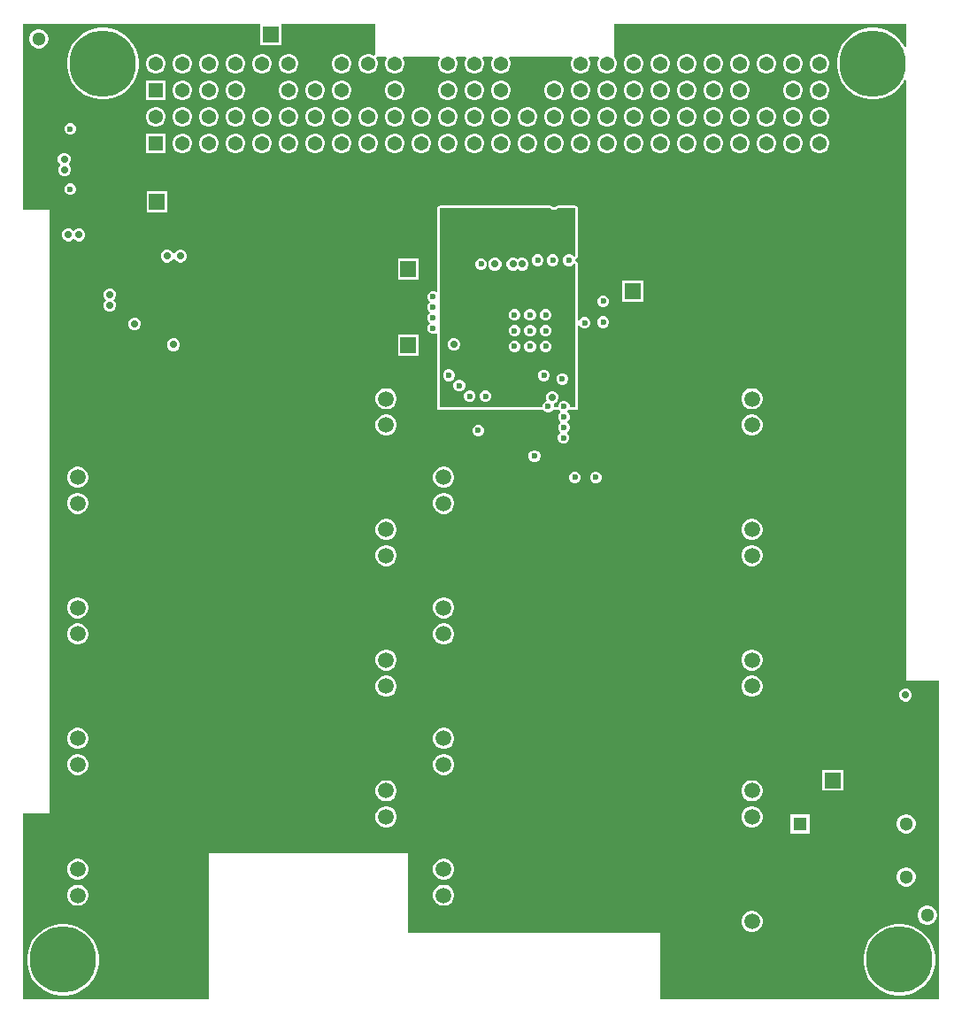
<source format=gbr>
%TF.GenerationSoftware,Altium Limited,Altium Designer,24.0.1 (36)*%
G04 Layer_Physical_Order=3*
G04 Layer_Color=16440176*
%FSLAX45Y45*%
%MOMM*%
%TF.SameCoordinates,35AB2F61-03EE-4C9E-862A-60B4A91D9B88*%
%TF.FilePolarity,Positive*%
%TF.FileFunction,Copper,L3,Inr,Signal*%
%TF.Part,Single*%
G01*
G75*
%TA.AperFunction,WasherPad*%
%ADD35C,1.30000*%
%TA.AperFunction,ComponentPad*%
%ADD36R,1.50000X1.50000*%
%ADD38C,1.50800*%
%ADD39R,1.50000X1.50000*%
%ADD40O,1.70000X0.90000*%
%ADD41O,2.00000X0.90000*%
%ADD42C,0.60000*%
%TA.AperFunction,ViaPad*%
%ADD43C,6.35000*%
%TA.AperFunction,ComponentPad*%
%ADD44R,1.30000X1.30000*%
%ADD45C,1.30000*%
%ADD46C,1.37000*%
%ADD47R,1.37000X1.37000*%
%TA.AperFunction,ViaPad*%
%ADD48C,0.60000*%
%ADD49C,0.70000*%
G36*
X8572500Y9239875D02*
X8560151Y9236910D01*
X8548274Y9260219D01*
X8516549Y9303884D01*
X8478384Y9342049D01*
X8434719Y9373774D01*
X8386628Y9398278D01*
X8335296Y9414957D01*
X8281987Y9423400D01*
X8228013D01*
X8174704Y9414957D01*
X8123372Y9398278D01*
X8075281Y9373774D01*
X8031616Y9342049D01*
X7993451Y9303884D01*
X7961726Y9260219D01*
X7937222Y9212128D01*
X7920543Y9160796D01*
X7912100Y9107487D01*
Y9053513D01*
X7920543Y9000204D01*
X7937222Y8948872D01*
X7961726Y8900781D01*
X7993451Y8857116D01*
X8031616Y8818951D01*
X8075281Y8787226D01*
X8123372Y8762722D01*
X8174704Y8746043D01*
X8228013Y8737600D01*
X8281987D01*
X8335296Y8746043D01*
X8386628Y8762722D01*
X8434719Y8787226D01*
X8478384Y8818951D01*
X8516549Y8857116D01*
X8548274Y8900781D01*
X8560151Y8924090D01*
X8572500Y8921125D01*
Y3175000D01*
X8890000D01*
Y127000D01*
X6223000D01*
Y762000D01*
X3810000D01*
Y1524000D01*
X1905000D01*
Y127000D01*
X127000D01*
Y1905000D01*
X381000D01*
Y7683500D01*
X127000D01*
Y9461500D01*
X2385211D01*
X2396420Y9457900D01*
X2396420Y9448800D01*
Y9257100D01*
X2597220D01*
Y9448800D01*
X2597220Y9457900D01*
X2608429Y9461500D01*
X3492500D01*
Y9166930D01*
X3479800Y9159597D01*
X3465244Y9168001D01*
X3441362Y9174400D01*
X3416638D01*
X3392756Y9168001D01*
X3371344Y9155639D01*
X3353861Y9138156D01*
X3341499Y9116744D01*
X3335100Y9092862D01*
Y9068138D01*
X3341499Y9044256D01*
X3353861Y9022844D01*
X3371344Y9005361D01*
X3392756Y8992999D01*
X3416638Y8986600D01*
X3441362D01*
X3465244Y8992999D01*
X3486656Y9005361D01*
X3504139Y9022844D01*
X3516501Y9044256D01*
X3522900Y9068138D01*
Y9092862D01*
X3516501Y9116744D01*
X3508097Y9131300D01*
X3515430Y9144000D01*
X3596570D01*
X3603903Y9131300D01*
X3595499Y9116744D01*
X3589100Y9092862D01*
Y9068138D01*
X3595499Y9044256D01*
X3607861Y9022844D01*
X3625344Y9005361D01*
X3646756Y8992999D01*
X3670638Y8986600D01*
X3695362D01*
X3719244Y8992999D01*
X3740656Y9005361D01*
X3758139Y9022844D01*
X3770501Y9044256D01*
X3776900Y9068138D01*
Y9092862D01*
X3770501Y9116744D01*
X3762097Y9131300D01*
X3769430Y9144000D01*
X4104570D01*
X4111903Y9131300D01*
X4103499Y9116744D01*
X4097100Y9092862D01*
Y9068138D01*
X4103499Y9044256D01*
X4115861Y9022844D01*
X4133344Y9005361D01*
X4154756Y8992999D01*
X4178638Y8986600D01*
X4203362D01*
X4227244Y8992999D01*
X4248656Y9005361D01*
X4266139Y9022844D01*
X4278501Y9044256D01*
X4284900Y9068138D01*
Y9092862D01*
X4278501Y9116744D01*
X4270097Y9131300D01*
X4277430Y9144000D01*
X4358570D01*
X4365903Y9131300D01*
X4357499Y9116744D01*
X4351100Y9092862D01*
Y9068138D01*
X4357499Y9044256D01*
X4369861Y9022844D01*
X4387344Y9005361D01*
X4408756Y8992999D01*
X4432638Y8986600D01*
X4457362D01*
X4481244Y8992999D01*
X4502656Y9005361D01*
X4520139Y9022844D01*
X4532501Y9044256D01*
X4538900Y9068138D01*
Y9092862D01*
X4532501Y9116744D01*
X4524097Y9131300D01*
X4531430Y9144000D01*
X4612570D01*
X4619903Y9131300D01*
X4611499Y9116744D01*
X4605100Y9092862D01*
Y9068138D01*
X4611499Y9044256D01*
X4623861Y9022844D01*
X4641344Y9005361D01*
X4662756Y8992999D01*
X4686638Y8986600D01*
X4711362D01*
X4735244Y8992999D01*
X4756656Y9005361D01*
X4774139Y9022844D01*
X4786501Y9044256D01*
X4792900Y9068138D01*
Y9092862D01*
X4786501Y9116744D01*
X4778097Y9131300D01*
X4785430Y9144000D01*
X5374570D01*
X5381903Y9131300D01*
X5373499Y9116744D01*
X5367100Y9092862D01*
Y9068138D01*
X5373499Y9044256D01*
X5385861Y9022844D01*
X5403344Y9005361D01*
X5424756Y8992999D01*
X5448638Y8986600D01*
X5473362D01*
X5497244Y8992999D01*
X5518656Y9005361D01*
X5536139Y9022844D01*
X5548501Y9044256D01*
X5554900Y9068138D01*
Y9092862D01*
X5548501Y9116744D01*
X5540097Y9131300D01*
X5547430Y9144000D01*
X5628570D01*
X5635903Y9131300D01*
X5627499Y9116744D01*
X5621100Y9092862D01*
Y9068138D01*
X5627499Y9044256D01*
X5639861Y9022844D01*
X5657344Y9005361D01*
X5678756Y8992999D01*
X5702638Y8986600D01*
X5727362D01*
X5751244Y8992999D01*
X5772656Y9005361D01*
X5790139Y9022844D01*
X5802501Y9044256D01*
X5808900Y9068138D01*
Y9092862D01*
X5802501Y9116744D01*
X5790139Y9138156D01*
X5778500Y9149795D01*
Y9461500D01*
X8572500D01*
Y9239875D01*
D02*
G37*
%LPC*%
G36*
X289402Y9407900D02*
X265599D01*
X242607Y9401739D01*
X221993Y9389838D01*
X205162Y9373007D01*
X193261Y9352393D01*
X187100Y9329401D01*
Y9305599D01*
X193261Y9282607D01*
X205162Y9261993D01*
X221993Y9245162D01*
X242607Y9233261D01*
X265599Y9227100D01*
X289402D01*
X312393Y9233261D01*
X333007Y9245162D01*
X349838Y9261993D01*
X361739Y9282607D01*
X367900Y9305599D01*
Y9329401D01*
X361739Y9352393D01*
X349838Y9373007D01*
X333007Y9389838D01*
X312393Y9401739D01*
X289402Y9407900D01*
D02*
G37*
G36*
X7759362Y9174400D02*
X7734638D01*
X7710756Y9168001D01*
X7689344Y9155639D01*
X7671861Y9138156D01*
X7659499Y9116744D01*
X7653100Y9092862D01*
Y9068138D01*
X7659499Y9044256D01*
X7671861Y9022844D01*
X7689344Y9005361D01*
X7710756Y8992999D01*
X7734638Y8986600D01*
X7759362D01*
X7783244Y8992999D01*
X7804656Y9005361D01*
X7822139Y9022844D01*
X7834501Y9044256D01*
X7840900Y9068138D01*
Y9092862D01*
X7834501Y9116744D01*
X7822139Y9138156D01*
X7804656Y9155639D01*
X7783244Y9168001D01*
X7759362Y9174400D01*
D02*
G37*
G36*
X7505362D02*
X7480638D01*
X7456756Y9168001D01*
X7435344Y9155639D01*
X7417861Y9138156D01*
X7405499Y9116744D01*
X7399100Y9092862D01*
Y9068138D01*
X7405499Y9044256D01*
X7417861Y9022844D01*
X7435344Y9005361D01*
X7456756Y8992999D01*
X7480638Y8986600D01*
X7505362D01*
X7529244Y8992999D01*
X7550656Y9005361D01*
X7568139Y9022844D01*
X7580501Y9044256D01*
X7586900Y9068138D01*
Y9092862D01*
X7580501Y9116744D01*
X7568139Y9138156D01*
X7550656Y9155639D01*
X7529244Y9168001D01*
X7505362Y9174400D01*
D02*
G37*
G36*
X7251362D02*
X7226638D01*
X7202756Y9168001D01*
X7181344Y9155639D01*
X7163861Y9138156D01*
X7151499Y9116744D01*
X7145100Y9092862D01*
Y9068138D01*
X7151499Y9044256D01*
X7163861Y9022844D01*
X7181344Y9005361D01*
X7202756Y8992999D01*
X7226638Y8986600D01*
X7251362D01*
X7275244Y8992999D01*
X7296656Y9005361D01*
X7314139Y9022844D01*
X7326501Y9044256D01*
X7332900Y9068138D01*
Y9092862D01*
X7326501Y9116744D01*
X7314139Y9138156D01*
X7296656Y9155639D01*
X7275244Y9168001D01*
X7251362Y9174400D01*
D02*
G37*
G36*
X6997362D02*
X6972638D01*
X6948756Y9168001D01*
X6927344Y9155639D01*
X6909861Y9138156D01*
X6897499Y9116744D01*
X6891100Y9092862D01*
Y9068138D01*
X6897499Y9044256D01*
X6909861Y9022844D01*
X6927344Y9005361D01*
X6948756Y8992999D01*
X6972638Y8986600D01*
X6997362D01*
X7021244Y8992999D01*
X7042656Y9005361D01*
X7060139Y9022844D01*
X7072501Y9044256D01*
X7078900Y9068138D01*
Y9092862D01*
X7072501Y9116744D01*
X7060139Y9138156D01*
X7042656Y9155639D01*
X7021244Y9168001D01*
X6997362Y9174400D01*
D02*
G37*
G36*
X6743362D02*
X6718638D01*
X6694756Y9168001D01*
X6673344Y9155639D01*
X6655861Y9138156D01*
X6643499Y9116744D01*
X6637100Y9092862D01*
Y9068138D01*
X6643499Y9044256D01*
X6655861Y9022844D01*
X6673344Y9005361D01*
X6694756Y8992999D01*
X6718638Y8986600D01*
X6743362D01*
X6767244Y8992999D01*
X6788656Y9005361D01*
X6806139Y9022844D01*
X6818501Y9044256D01*
X6824900Y9068138D01*
Y9092862D01*
X6818501Y9116744D01*
X6806139Y9138156D01*
X6788656Y9155639D01*
X6767244Y9168001D01*
X6743362Y9174400D01*
D02*
G37*
G36*
X6489362D02*
X6464638D01*
X6440756Y9168001D01*
X6419344Y9155639D01*
X6401861Y9138156D01*
X6389499Y9116744D01*
X6383100Y9092862D01*
Y9068138D01*
X6389499Y9044256D01*
X6401861Y9022844D01*
X6419344Y9005361D01*
X6440756Y8992999D01*
X6464638Y8986600D01*
X6489362D01*
X6513244Y8992999D01*
X6534656Y9005361D01*
X6552139Y9022844D01*
X6564501Y9044256D01*
X6570900Y9068138D01*
Y9092862D01*
X6564501Y9116744D01*
X6552139Y9138156D01*
X6534656Y9155639D01*
X6513244Y9168001D01*
X6489362Y9174400D01*
D02*
G37*
G36*
X6235362D02*
X6210638D01*
X6186756Y9168001D01*
X6165344Y9155639D01*
X6147861Y9138156D01*
X6135499Y9116744D01*
X6129100Y9092862D01*
Y9068138D01*
X6135499Y9044256D01*
X6147861Y9022844D01*
X6165344Y9005361D01*
X6186756Y8992999D01*
X6210638Y8986600D01*
X6235362D01*
X6259244Y8992999D01*
X6280656Y9005361D01*
X6298139Y9022844D01*
X6310501Y9044256D01*
X6316900Y9068138D01*
Y9092862D01*
X6310501Y9116744D01*
X6298139Y9138156D01*
X6280656Y9155639D01*
X6259244Y9168001D01*
X6235362Y9174400D01*
D02*
G37*
G36*
X5981362D02*
X5956638D01*
X5932756Y9168001D01*
X5911344Y9155639D01*
X5893861Y9138156D01*
X5881499Y9116744D01*
X5875100Y9092862D01*
Y9068138D01*
X5881499Y9044256D01*
X5893861Y9022844D01*
X5911344Y9005361D01*
X5932756Y8992999D01*
X5956638Y8986600D01*
X5981362D01*
X6005244Y8992999D01*
X6026656Y9005361D01*
X6044139Y9022844D01*
X6056501Y9044256D01*
X6062900Y9068138D01*
Y9092862D01*
X6056501Y9116744D01*
X6044139Y9138156D01*
X6026656Y9155639D01*
X6005244Y9168001D01*
X5981362Y9174400D01*
D02*
G37*
G36*
X3187362D02*
X3162638D01*
X3138756Y9168001D01*
X3117344Y9155639D01*
X3099861Y9138156D01*
X3087499Y9116744D01*
X3081100Y9092862D01*
Y9068138D01*
X3087499Y9044256D01*
X3099861Y9022844D01*
X3117344Y9005361D01*
X3138756Y8992999D01*
X3162638Y8986600D01*
X3187362D01*
X3211244Y8992999D01*
X3232656Y9005361D01*
X3250139Y9022844D01*
X3262501Y9044256D01*
X3268900Y9068138D01*
Y9092862D01*
X3262501Y9116744D01*
X3250139Y9138156D01*
X3232656Y9155639D01*
X3211244Y9168001D01*
X3187362Y9174400D01*
D02*
G37*
G36*
X2679362D02*
X2654638D01*
X2630756Y9168001D01*
X2609344Y9155639D01*
X2591861Y9138156D01*
X2579499Y9116744D01*
X2573100Y9092862D01*
Y9068138D01*
X2579499Y9044256D01*
X2591861Y9022844D01*
X2609344Y9005361D01*
X2630756Y8992999D01*
X2654638Y8986600D01*
X2679362D01*
X2703244Y8992999D01*
X2724656Y9005361D01*
X2742139Y9022844D01*
X2754501Y9044256D01*
X2760900Y9068138D01*
Y9092862D01*
X2754501Y9116744D01*
X2742139Y9138156D01*
X2724656Y9155639D01*
X2703244Y9168001D01*
X2679362Y9174400D01*
D02*
G37*
G36*
X2425362D02*
X2400638D01*
X2376756Y9168001D01*
X2355344Y9155639D01*
X2337861Y9138156D01*
X2325499Y9116744D01*
X2319100Y9092862D01*
Y9068138D01*
X2325499Y9044256D01*
X2337861Y9022844D01*
X2355344Y9005361D01*
X2376756Y8992999D01*
X2400638Y8986600D01*
X2425362D01*
X2449244Y8992999D01*
X2470656Y9005361D01*
X2488139Y9022844D01*
X2500501Y9044256D01*
X2506900Y9068138D01*
Y9092862D01*
X2500501Y9116744D01*
X2488139Y9138156D01*
X2470656Y9155639D01*
X2449244Y9168001D01*
X2425362Y9174400D01*
D02*
G37*
G36*
X2171362D02*
X2146638D01*
X2122756Y9168001D01*
X2101344Y9155639D01*
X2083861Y9138156D01*
X2071499Y9116744D01*
X2065100Y9092862D01*
Y9068138D01*
X2071499Y9044256D01*
X2083861Y9022844D01*
X2101344Y9005361D01*
X2122756Y8992999D01*
X2146638Y8986600D01*
X2171362D01*
X2195244Y8992999D01*
X2216656Y9005361D01*
X2234139Y9022844D01*
X2246501Y9044256D01*
X2252900Y9068138D01*
Y9092862D01*
X2246501Y9116744D01*
X2234139Y9138156D01*
X2216656Y9155639D01*
X2195244Y9168001D01*
X2171362Y9174400D01*
D02*
G37*
G36*
X1917362D02*
X1892638D01*
X1868756Y9168001D01*
X1847344Y9155639D01*
X1829861Y9138156D01*
X1817499Y9116744D01*
X1811100Y9092862D01*
Y9068138D01*
X1817499Y9044256D01*
X1829861Y9022844D01*
X1847344Y9005361D01*
X1868756Y8992999D01*
X1892638Y8986600D01*
X1917362D01*
X1941244Y8992999D01*
X1962656Y9005361D01*
X1980139Y9022844D01*
X1992501Y9044256D01*
X1998900Y9068138D01*
Y9092862D01*
X1992501Y9116744D01*
X1980139Y9138156D01*
X1962656Y9155639D01*
X1941244Y9168001D01*
X1917362Y9174400D01*
D02*
G37*
G36*
X1663362D02*
X1638638D01*
X1614756Y9168001D01*
X1593344Y9155639D01*
X1575861Y9138156D01*
X1563499Y9116744D01*
X1557100Y9092862D01*
Y9068138D01*
X1563499Y9044256D01*
X1575861Y9022844D01*
X1593344Y9005361D01*
X1614756Y8992999D01*
X1638638Y8986600D01*
X1663362D01*
X1687244Y8992999D01*
X1708656Y9005361D01*
X1726139Y9022844D01*
X1738501Y9044256D01*
X1744900Y9068138D01*
Y9092862D01*
X1738501Y9116744D01*
X1726139Y9138156D01*
X1708656Y9155639D01*
X1687244Y9168001D01*
X1663362Y9174400D01*
D02*
G37*
G36*
X1409362D02*
X1384638D01*
X1360756Y9168001D01*
X1339344Y9155639D01*
X1321861Y9138156D01*
X1309499Y9116744D01*
X1303100Y9092862D01*
Y9068138D01*
X1309499Y9044256D01*
X1321861Y9022844D01*
X1339344Y9005361D01*
X1360756Y8992999D01*
X1384638Y8986600D01*
X1409362D01*
X1433244Y8992999D01*
X1454656Y9005361D01*
X1472139Y9022844D01*
X1484501Y9044256D01*
X1490900Y9068138D01*
Y9092862D01*
X1484501Y9116744D01*
X1472139Y9138156D01*
X1454656Y9155639D01*
X1433244Y9168001D01*
X1409362Y9174400D01*
D02*
G37*
G36*
X915987Y9423400D02*
X862013D01*
X808704Y9414957D01*
X757372Y9398278D01*
X709281Y9373774D01*
X665616Y9342049D01*
X627451Y9303884D01*
X595726Y9260219D01*
X571222Y9212128D01*
X554543Y9160796D01*
X546100Y9107487D01*
Y9053513D01*
X554543Y9000204D01*
X571222Y8948872D01*
X595726Y8900781D01*
X627451Y8857116D01*
X665616Y8818951D01*
X709281Y8787226D01*
X757372Y8762722D01*
X808704Y8746043D01*
X862013Y8737600D01*
X915987D01*
X969296Y8746043D01*
X1020628Y8762722D01*
X1068719Y8787226D01*
X1112384Y8818951D01*
X1150549Y8857116D01*
X1182274Y8900781D01*
X1206778Y8948872D01*
X1223457Y9000204D01*
X1231900Y9053513D01*
Y9107487D01*
X1223457Y9160796D01*
X1206778Y9212128D01*
X1182274Y9260219D01*
X1150549Y9303884D01*
X1112384Y9342049D01*
X1068719Y9373774D01*
X1020628Y9398278D01*
X969296Y9414957D01*
X915987Y9423400D01*
D02*
G37*
G36*
X7759362Y8920400D02*
X7734638D01*
X7710756Y8914001D01*
X7689344Y8901639D01*
X7671861Y8884156D01*
X7659499Y8862744D01*
X7653100Y8838862D01*
Y8814138D01*
X7659499Y8790256D01*
X7671861Y8768844D01*
X7689344Y8751361D01*
X7710756Y8738999D01*
X7734638Y8732600D01*
X7759362D01*
X7783244Y8738999D01*
X7804656Y8751361D01*
X7822139Y8768844D01*
X7834501Y8790256D01*
X7840900Y8814138D01*
Y8838862D01*
X7834501Y8862744D01*
X7822139Y8884156D01*
X7804656Y8901639D01*
X7783244Y8914001D01*
X7759362Y8920400D01*
D02*
G37*
G36*
X7505362D02*
X7480638D01*
X7456756Y8914001D01*
X7435344Y8901639D01*
X7417861Y8884156D01*
X7405499Y8862744D01*
X7399100Y8838862D01*
Y8814138D01*
X7405499Y8790256D01*
X7417861Y8768844D01*
X7435344Y8751361D01*
X7456756Y8738999D01*
X7480638Y8732600D01*
X7505362D01*
X7529244Y8738999D01*
X7550656Y8751361D01*
X7568139Y8768844D01*
X7580501Y8790256D01*
X7586900Y8814138D01*
Y8838862D01*
X7580501Y8862744D01*
X7568139Y8884156D01*
X7550656Y8901639D01*
X7529244Y8914001D01*
X7505362Y8920400D01*
D02*
G37*
G36*
X6997362D02*
X6972638D01*
X6948756Y8914001D01*
X6927344Y8901639D01*
X6909861Y8884156D01*
X6897499Y8862744D01*
X6891100Y8838862D01*
Y8814138D01*
X6897499Y8790256D01*
X6909861Y8768844D01*
X6927344Y8751361D01*
X6948756Y8738999D01*
X6972638Y8732600D01*
X6997362D01*
X7021244Y8738999D01*
X7042656Y8751361D01*
X7060139Y8768844D01*
X7072501Y8790256D01*
X7078900Y8814138D01*
Y8838862D01*
X7072501Y8862744D01*
X7060139Y8884156D01*
X7042656Y8901639D01*
X7021244Y8914001D01*
X6997362Y8920400D01*
D02*
G37*
G36*
X6743362D02*
X6718638D01*
X6694756Y8914001D01*
X6673344Y8901639D01*
X6655861Y8884156D01*
X6643499Y8862744D01*
X6637100Y8838862D01*
Y8814138D01*
X6643499Y8790256D01*
X6655861Y8768844D01*
X6673344Y8751361D01*
X6694756Y8738999D01*
X6718638Y8732600D01*
X6743362D01*
X6767244Y8738999D01*
X6788656Y8751361D01*
X6806139Y8768844D01*
X6818501Y8790256D01*
X6824900Y8814138D01*
Y8838862D01*
X6818501Y8862744D01*
X6806139Y8884156D01*
X6788656Y8901639D01*
X6767244Y8914001D01*
X6743362Y8920400D01*
D02*
G37*
G36*
X6489362D02*
X6464638D01*
X6440756Y8914001D01*
X6419344Y8901639D01*
X6401861Y8884156D01*
X6389499Y8862744D01*
X6383100Y8838862D01*
Y8814138D01*
X6389499Y8790256D01*
X6401861Y8768844D01*
X6419344Y8751361D01*
X6440756Y8738999D01*
X6464638Y8732600D01*
X6489362D01*
X6513244Y8738999D01*
X6534656Y8751361D01*
X6552139Y8768844D01*
X6564501Y8790256D01*
X6570900Y8814138D01*
Y8838862D01*
X6564501Y8862744D01*
X6552139Y8884156D01*
X6534656Y8901639D01*
X6513244Y8914001D01*
X6489362Y8920400D01*
D02*
G37*
G36*
X6235362D02*
X6210638D01*
X6186756Y8914001D01*
X6165344Y8901639D01*
X6147861Y8884156D01*
X6135499Y8862744D01*
X6129100Y8838862D01*
Y8814138D01*
X6135499Y8790256D01*
X6147861Y8768844D01*
X6165344Y8751361D01*
X6186756Y8738999D01*
X6210638Y8732600D01*
X6235362D01*
X6259244Y8738999D01*
X6280656Y8751361D01*
X6298139Y8768844D01*
X6310501Y8790256D01*
X6316900Y8814138D01*
Y8838862D01*
X6310501Y8862744D01*
X6298139Y8884156D01*
X6280656Y8901639D01*
X6259244Y8914001D01*
X6235362Y8920400D01*
D02*
G37*
G36*
X5981362D02*
X5956638D01*
X5932756Y8914001D01*
X5911344Y8901639D01*
X5893861Y8884156D01*
X5881499Y8862744D01*
X5875100Y8838862D01*
Y8814138D01*
X5881499Y8790256D01*
X5893861Y8768844D01*
X5911344Y8751361D01*
X5932756Y8738999D01*
X5956638Y8732600D01*
X5981362D01*
X6005244Y8738999D01*
X6026656Y8751361D01*
X6044139Y8768844D01*
X6056501Y8790256D01*
X6062900Y8814138D01*
Y8838862D01*
X6056501Y8862744D01*
X6044139Y8884156D01*
X6026656Y8901639D01*
X6005244Y8914001D01*
X5981362Y8920400D01*
D02*
G37*
G36*
X5727362D02*
X5702638D01*
X5678756Y8914001D01*
X5657344Y8901639D01*
X5639861Y8884156D01*
X5627499Y8862744D01*
X5621100Y8838862D01*
Y8814138D01*
X5627499Y8790256D01*
X5639861Y8768844D01*
X5657344Y8751361D01*
X5678756Y8738999D01*
X5702638Y8732600D01*
X5727362D01*
X5751244Y8738999D01*
X5772656Y8751361D01*
X5790139Y8768844D01*
X5802501Y8790256D01*
X5808900Y8814138D01*
Y8838862D01*
X5802501Y8862744D01*
X5790139Y8884156D01*
X5772656Y8901639D01*
X5751244Y8914001D01*
X5727362Y8920400D01*
D02*
G37*
G36*
X5473362D02*
X5448638D01*
X5424756Y8914001D01*
X5403344Y8901639D01*
X5385861Y8884156D01*
X5373499Y8862744D01*
X5367100Y8838862D01*
Y8814138D01*
X5373499Y8790256D01*
X5385861Y8768844D01*
X5403344Y8751361D01*
X5424756Y8738999D01*
X5448638Y8732600D01*
X5473362D01*
X5497244Y8738999D01*
X5518656Y8751361D01*
X5536139Y8768844D01*
X5548501Y8790256D01*
X5554900Y8814138D01*
Y8838862D01*
X5548501Y8862744D01*
X5536139Y8884156D01*
X5518656Y8901639D01*
X5497244Y8914001D01*
X5473362Y8920400D01*
D02*
G37*
G36*
X5219362D02*
X5194638D01*
X5170756Y8914001D01*
X5149344Y8901639D01*
X5131861Y8884156D01*
X5119499Y8862744D01*
X5113100Y8838862D01*
Y8814138D01*
X5119499Y8790256D01*
X5131861Y8768844D01*
X5149344Y8751361D01*
X5170756Y8738999D01*
X5194638Y8732600D01*
X5219362D01*
X5243244Y8738999D01*
X5264656Y8751361D01*
X5282139Y8768844D01*
X5294501Y8790256D01*
X5300900Y8814138D01*
Y8838862D01*
X5294501Y8862744D01*
X5282139Y8884156D01*
X5264656Y8901639D01*
X5243244Y8914001D01*
X5219362Y8920400D01*
D02*
G37*
G36*
X4711362D02*
X4686638D01*
X4662756Y8914001D01*
X4641344Y8901639D01*
X4623861Y8884156D01*
X4611499Y8862744D01*
X4605100Y8838862D01*
Y8814138D01*
X4611499Y8790256D01*
X4623861Y8768844D01*
X4641344Y8751361D01*
X4662756Y8738999D01*
X4686638Y8732600D01*
X4711362D01*
X4735244Y8738999D01*
X4756656Y8751361D01*
X4774139Y8768844D01*
X4786501Y8790256D01*
X4792900Y8814138D01*
Y8838862D01*
X4786501Y8862744D01*
X4774139Y8884156D01*
X4756656Y8901639D01*
X4735244Y8914001D01*
X4711362Y8920400D01*
D02*
G37*
G36*
X4457362D02*
X4432638D01*
X4408756Y8914001D01*
X4387344Y8901639D01*
X4369861Y8884156D01*
X4357499Y8862744D01*
X4351100Y8838862D01*
Y8814138D01*
X4357499Y8790256D01*
X4369861Y8768844D01*
X4387344Y8751361D01*
X4408756Y8738999D01*
X4432638Y8732600D01*
X4457362D01*
X4481244Y8738999D01*
X4502656Y8751361D01*
X4520139Y8768844D01*
X4532501Y8790256D01*
X4538900Y8814138D01*
Y8838862D01*
X4532501Y8862744D01*
X4520139Y8884156D01*
X4502656Y8901639D01*
X4481244Y8914001D01*
X4457362Y8920400D01*
D02*
G37*
G36*
X4203362D02*
X4178638D01*
X4154756Y8914001D01*
X4133344Y8901639D01*
X4115861Y8884156D01*
X4103499Y8862744D01*
X4097100Y8838862D01*
Y8814138D01*
X4103499Y8790256D01*
X4115861Y8768844D01*
X4133344Y8751361D01*
X4154756Y8738999D01*
X4178638Y8732600D01*
X4203362D01*
X4227244Y8738999D01*
X4248656Y8751361D01*
X4266139Y8768844D01*
X4278501Y8790256D01*
X4284900Y8814138D01*
Y8838862D01*
X4278501Y8862744D01*
X4266139Y8884156D01*
X4248656Y8901639D01*
X4227244Y8914001D01*
X4203362Y8920400D01*
D02*
G37*
G36*
X3695362D02*
X3670638D01*
X3646756Y8914001D01*
X3625344Y8901639D01*
X3607861Y8884156D01*
X3595499Y8862744D01*
X3589100Y8838862D01*
Y8814138D01*
X3595499Y8790256D01*
X3607861Y8768844D01*
X3625344Y8751361D01*
X3646756Y8738999D01*
X3670638Y8732600D01*
X3695362D01*
X3719244Y8738999D01*
X3740656Y8751361D01*
X3758139Y8768844D01*
X3770501Y8790256D01*
X3776900Y8814138D01*
Y8838862D01*
X3770501Y8862744D01*
X3758139Y8884156D01*
X3740656Y8901639D01*
X3719244Y8914001D01*
X3695362Y8920400D01*
D02*
G37*
G36*
X3187362D02*
X3162638D01*
X3138756Y8914001D01*
X3117344Y8901639D01*
X3099861Y8884156D01*
X3087499Y8862744D01*
X3081100Y8838862D01*
Y8814138D01*
X3087499Y8790256D01*
X3099861Y8768844D01*
X3117344Y8751361D01*
X3138756Y8738999D01*
X3162638Y8732600D01*
X3187362D01*
X3211244Y8738999D01*
X3232656Y8751361D01*
X3250139Y8768844D01*
X3262501Y8790256D01*
X3268900Y8814138D01*
Y8838862D01*
X3262501Y8862744D01*
X3250139Y8884156D01*
X3232656Y8901639D01*
X3211244Y8914001D01*
X3187362Y8920400D01*
D02*
G37*
G36*
X2933362D02*
X2908638D01*
X2884756Y8914001D01*
X2863344Y8901639D01*
X2845861Y8884156D01*
X2833499Y8862744D01*
X2827100Y8838862D01*
Y8814138D01*
X2833499Y8790256D01*
X2845861Y8768844D01*
X2863344Y8751361D01*
X2884756Y8738999D01*
X2908638Y8732600D01*
X2933362D01*
X2957244Y8738999D01*
X2978656Y8751361D01*
X2996139Y8768844D01*
X3008501Y8790256D01*
X3014900Y8814138D01*
Y8838862D01*
X3008501Y8862744D01*
X2996139Y8884156D01*
X2978656Y8901639D01*
X2957244Y8914001D01*
X2933362Y8920400D01*
D02*
G37*
G36*
X2679362D02*
X2654638D01*
X2630756Y8914001D01*
X2609344Y8901639D01*
X2591861Y8884156D01*
X2579499Y8862744D01*
X2573100Y8838862D01*
Y8814138D01*
X2579499Y8790256D01*
X2591861Y8768844D01*
X2609344Y8751361D01*
X2630756Y8738999D01*
X2654638Y8732600D01*
X2679362D01*
X2703244Y8738999D01*
X2724656Y8751361D01*
X2742139Y8768844D01*
X2754501Y8790256D01*
X2760900Y8814138D01*
Y8838862D01*
X2754501Y8862744D01*
X2742139Y8884156D01*
X2724656Y8901639D01*
X2703244Y8914001D01*
X2679362Y8920400D01*
D02*
G37*
G36*
X2171362D02*
X2146638D01*
X2122756Y8914001D01*
X2101344Y8901639D01*
X2083861Y8884156D01*
X2071499Y8862744D01*
X2065100Y8838862D01*
Y8814138D01*
X2071499Y8790256D01*
X2083861Y8768844D01*
X2101344Y8751361D01*
X2122756Y8738999D01*
X2146638Y8732600D01*
X2171362D01*
X2195244Y8738999D01*
X2216656Y8751361D01*
X2234139Y8768844D01*
X2246501Y8790256D01*
X2252900Y8814138D01*
Y8838862D01*
X2246501Y8862744D01*
X2234139Y8884156D01*
X2216656Y8901639D01*
X2195244Y8914001D01*
X2171362Y8920400D01*
D02*
G37*
G36*
X1917362D02*
X1892638D01*
X1868756Y8914001D01*
X1847344Y8901639D01*
X1829861Y8884156D01*
X1817499Y8862744D01*
X1811100Y8838862D01*
Y8814138D01*
X1817499Y8790256D01*
X1829861Y8768844D01*
X1847344Y8751361D01*
X1868756Y8738999D01*
X1892638Y8732600D01*
X1917362D01*
X1941244Y8738999D01*
X1962656Y8751361D01*
X1980139Y8768844D01*
X1992501Y8790256D01*
X1998900Y8814138D01*
Y8838862D01*
X1992501Y8862744D01*
X1980139Y8884156D01*
X1962656Y8901639D01*
X1941244Y8914001D01*
X1917362Y8920400D01*
D02*
G37*
G36*
X1663362D02*
X1638638D01*
X1614756Y8914001D01*
X1593344Y8901639D01*
X1575861Y8884156D01*
X1563499Y8862744D01*
X1557100Y8838862D01*
Y8814138D01*
X1563499Y8790256D01*
X1575861Y8768844D01*
X1593344Y8751361D01*
X1614756Y8738999D01*
X1638638Y8732600D01*
X1663362D01*
X1687244Y8738999D01*
X1708656Y8751361D01*
X1726139Y8768844D01*
X1738501Y8790256D01*
X1744900Y8814138D01*
Y8838862D01*
X1738501Y8862744D01*
X1726139Y8884156D01*
X1708656Y8901639D01*
X1687244Y8914001D01*
X1663362Y8920400D01*
D02*
G37*
G36*
X1490900D02*
X1303100D01*
Y8732600D01*
X1490900D01*
Y8920400D01*
D02*
G37*
G36*
X7759362Y8666400D02*
X7734638D01*
X7710756Y8660001D01*
X7689344Y8647639D01*
X7671861Y8630156D01*
X7659499Y8608744D01*
X7653100Y8584862D01*
Y8560138D01*
X7659499Y8536256D01*
X7671861Y8514844D01*
X7689344Y8497361D01*
X7710756Y8484999D01*
X7734638Y8478600D01*
X7759362D01*
X7783244Y8484999D01*
X7804656Y8497361D01*
X7822139Y8514844D01*
X7834501Y8536256D01*
X7840900Y8560138D01*
Y8584862D01*
X7834501Y8608744D01*
X7822139Y8630156D01*
X7804656Y8647639D01*
X7783244Y8660001D01*
X7759362Y8666400D01*
D02*
G37*
G36*
X7505362D02*
X7480638D01*
X7456756Y8660001D01*
X7435344Y8647639D01*
X7417861Y8630156D01*
X7405499Y8608744D01*
X7399100Y8584862D01*
Y8560138D01*
X7405499Y8536256D01*
X7417861Y8514844D01*
X7435344Y8497361D01*
X7456756Y8484999D01*
X7480638Y8478600D01*
X7505362D01*
X7529244Y8484999D01*
X7550656Y8497361D01*
X7568139Y8514844D01*
X7580501Y8536256D01*
X7586900Y8560138D01*
Y8584862D01*
X7580501Y8608744D01*
X7568139Y8630156D01*
X7550656Y8647639D01*
X7529244Y8660001D01*
X7505362Y8666400D01*
D02*
G37*
G36*
X7251362D02*
X7226638D01*
X7202756Y8660001D01*
X7181344Y8647639D01*
X7163861Y8630156D01*
X7151499Y8608744D01*
X7145100Y8584862D01*
Y8560138D01*
X7151499Y8536256D01*
X7163861Y8514844D01*
X7181344Y8497361D01*
X7202756Y8484999D01*
X7226638Y8478600D01*
X7251362D01*
X7275244Y8484999D01*
X7296656Y8497361D01*
X7314139Y8514844D01*
X7326501Y8536256D01*
X7332900Y8560138D01*
Y8584862D01*
X7326501Y8608744D01*
X7314139Y8630156D01*
X7296656Y8647639D01*
X7275244Y8660001D01*
X7251362Y8666400D01*
D02*
G37*
G36*
X6997362D02*
X6972638D01*
X6948756Y8660001D01*
X6927344Y8647639D01*
X6909861Y8630156D01*
X6897499Y8608744D01*
X6891100Y8584862D01*
Y8560138D01*
X6897499Y8536256D01*
X6909861Y8514844D01*
X6927344Y8497361D01*
X6948756Y8484999D01*
X6972638Y8478600D01*
X6997362D01*
X7021244Y8484999D01*
X7042656Y8497361D01*
X7060139Y8514844D01*
X7072501Y8536256D01*
X7078900Y8560138D01*
Y8584862D01*
X7072501Y8608744D01*
X7060139Y8630156D01*
X7042656Y8647639D01*
X7021244Y8660001D01*
X6997362Y8666400D01*
D02*
G37*
G36*
X6743362D02*
X6718638D01*
X6694756Y8660001D01*
X6673344Y8647639D01*
X6655861Y8630156D01*
X6643499Y8608744D01*
X6637100Y8584862D01*
Y8560138D01*
X6643499Y8536256D01*
X6655861Y8514844D01*
X6673344Y8497361D01*
X6694756Y8484999D01*
X6718638Y8478600D01*
X6743362D01*
X6767244Y8484999D01*
X6788656Y8497361D01*
X6806139Y8514844D01*
X6818501Y8536256D01*
X6824900Y8560138D01*
Y8584862D01*
X6818501Y8608744D01*
X6806139Y8630156D01*
X6788656Y8647639D01*
X6767244Y8660001D01*
X6743362Y8666400D01*
D02*
G37*
G36*
X6489362D02*
X6464638D01*
X6440756Y8660001D01*
X6419344Y8647639D01*
X6401861Y8630156D01*
X6389499Y8608744D01*
X6383100Y8584862D01*
Y8560138D01*
X6389499Y8536256D01*
X6401861Y8514844D01*
X6419344Y8497361D01*
X6440756Y8484999D01*
X6464638Y8478600D01*
X6489362D01*
X6513244Y8484999D01*
X6534656Y8497361D01*
X6552139Y8514844D01*
X6564501Y8536256D01*
X6570900Y8560138D01*
Y8584862D01*
X6564501Y8608744D01*
X6552139Y8630156D01*
X6534656Y8647639D01*
X6513244Y8660001D01*
X6489362Y8666400D01*
D02*
G37*
G36*
X6235362D02*
X6210638D01*
X6186756Y8660001D01*
X6165344Y8647639D01*
X6147861Y8630156D01*
X6135499Y8608744D01*
X6129100Y8584862D01*
Y8560138D01*
X6135499Y8536256D01*
X6147861Y8514844D01*
X6165344Y8497361D01*
X6186756Y8484999D01*
X6210638Y8478600D01*
X6235362D01*
X6259244Y8484999D01*
X6280656Y8497361D01*
X6298139Y8514844D01*
X6310501Y8536256D01*
X6316900Y8560138D01*
Y8584862D01*
X6310501Y8608744D01*
X6298139Y8630156D01*
X6280656Y8647639D01*
X6259244Y8660001D01*
X6235362Y8666400D01*
D02*
G37*
G36*
X5981362D02*
X5956638D01*
X5932756Y8660001D01*
X5911344Y8647639D01*
X5893861Y8630156D01*
X5881499Y8608744D01*
X5875100Y8584862D01*
Y8560138D01*
X5881499Y8536256D01*
X5893861Y8514844D01*
X5911344Y8497361D01*
X5932756Y8484999D01*
X5956638Y8478600D01*
X5981362D01*
X6005244Y8484999D01*
X6026656Y8497361D01*
X6044139Y8514844D01*
X6056501Y8536256D01*
X6062900Y8560138D01*
Y8584862D01*
X6056501Y8608744D01*
X6044139Y8630156D01*
X6026656Y8647639D01*
X6005244Y8660001D01*
X5981362Y8666400D01*
D02*
G37*
G36*
X5727362D02*
X5702638D01*
X5678756Y8660001D01*
X5657344Y8647639D01*
X5639861Y8630156D01*
X5627499Y8608744D01*
X5621100Y8584862D01*
Y8560138D01*
X5627499Y8536256D01*
X5639861Y8514844D01*
X5657344Y8497361D01*
X5678756Y8484999D01*
X5702638Y8478600D01*
X5727362D01*
X5751244Y8484999D01*
X5772656Y8497361D01*
X5790139Y8514844D01*
X5802501Y8536256D01*
X5808900Y8560138D01*
Y8584862D01*
X5802501Y8608744D01*
X5790139Y8630156D01*
X5772656Y8647639D01*
X5751244Y8660001D01*
X5727362Y8666400D01*
D02*
G37*
G36*
X5473362D02*
X5448638D01*
X5424756Y8660001D01*
X5403344Y8647639D01*
X5385861Y8630156D01*
X5373499Y8608744D01*
X5367100Y8584862D01*
Y8560138D01*
X5373499Y8536256D01*
X5385861Y8514844D01*
X5403344Y8497361D01*
X5424756Y8484999D01*
X5448638Y8478600D01*
X5473362D01*
X5497244Y8484999D01*
X5518656Y8497361D01*
X5536139Y8514844D01*
X5548501Y8536256D01*
X5554900Y8560138D01*
Y8584862D01*
X5548501Y8608744D01*
X5536139Y8630156D01*
X5518656Y8647639D01*
X5497244Y8660001D01*
X5473362Y8666400D01*
D02*
G37*
G36*
X5219362D02*
X5194638D01*
X5170756Y8660001D01*
X5149344Y8647639D01*
X5131861Y8630156D01*
X5119499Y8608744D01*
X5113100Y8584862D01*
Y8560138D01*
X5119499Y8536256D01*
X5131861Y8514844D01*
X5149344Y8497361D01*
X5170756Y8484999D01*
X5194638Y8478600D01*
X5219362D01*
X5243244Y8484999D01*
X5264656Y8497361D01*
X5282139Y8514844D01*
X5294501Y8536256D01*
X5300900Y8560138D01*
Y8584862D01*
X5294501Y8608744D01*
X5282139Y8630156D01*
X5264656Y8647639D01*
X5243244Y8660001D01*
X5219362Y8666400D01*
D02*
G37*
G36*
X4965362D02*
X4940638D01*
X4916756Y8660001D01*
X4895344Y8647639D01*
X4877861Y8630156D01*
X4865499Y8608744D01*
X4859100Y8584862D01*
Y8560138D01*
X4865499Y8536256D01*
X4877861Y8514844D01*
X4895344Y8497361D01*
X4916756Y8484999D01*
X4940638Y8478600D01*
X4965362D01*
X4989244Y8484999D01*
X5010656Y8497361D01*
X5028139Y8514844D01*
X5040501Y8536256D01*
X5046900Y8560138D01*
Y8584862D01*
X5040501Y8608744D01*
X5028139Y8630156D01*
X5010656Y8647639D01*
X4989244Y8660001D01*
X4965362Y8666400D01*
D02*
G37*
G36*
X4711362D02*
X4686638D01*
X4662756Y8660001D01*
X4641344Y8647639D01*
X4623861Y8630156D01*
X4611499Y8608744D01*
X4605100Y8584862D01*
Y8560138D01*
X4611499Y8536256D01*
X4623861Y8514844D01*
X4641344Y8497361D01*
X4662756Y8484999D01*
X4686638Y8478600D01*
X4711362D01*
X4735244Y8484999D01*
X4756656Y8497361D01*
X4774139Y8514844D01*
X4786501Y8536256D01*
X4792900Y8560138D01*
Y8584862D01*
X4786501Y8608744D01*
X4774139Y8630156D01*
X4756656Y8647639D01*
X4735244Y8660001D01*
X4711362Y8666400D01*
D02*
G37*
G36*
X4457362D02*
X4432638D01*
X4408756Y8660001D01*
X4387344Y8647639D01*
X4369861Y8630156D01*
X4357499Y8608744D01*
X4351100Y8584862D01*
Y8560138D01*
X4357499Y8536256D01*
X4369861Y8514844D01*
X4387344Y8497361D01*
X4408756Y8484999D01*
X4432638Y8478600D01*
X4457362D01*
X4481244Y8484999D01*
X4502656Y8497361D01*
X4520139Y8514844D01*
X4532501Y8536256D01*
X4538900Y8560138D01*
Y8584862D01*
X4532501Y8608744D01*
X4520139Y8630156D01*
X4502656Y8647639D01*
X4481244Y8660001D01*
X4457362Y8666400D01*
D02*
G37*
G36*
X4203362D02*
X4178638D01*
X4154756Y8660001D01*
X4133344Y8647639D01*
X4115861Y8630156D01*
X4103499Y8608744D01*
X4097100Y8584862D01*
Y8560138D01*
X4103499Y8536256D01*
X4115861Y8514844D01*
X4133344Y8497361D01*
X4154756Y8484999D01*
X4178638Y8478600D01*
X4203362D01*
X4227244Y8484999D01*
X4248656Y8497361D01*
X4266139Y8514844D01*
X4278501Y8536256D01*
X4284900Y8560138D01*
Y8584862D01*
X4278501Y8608744D01*
X4266139Y8630156D01*
X4248656Y8647639D01*
X4227244Y8660001D01*
X4203362Y8666400D01*
D02*
G37*
G36*
X3949362D02*
X3924638D01*
X3900756Y8660001D01*
X3879344Y8647639D01*
X3861861Y8630156D01*
X3849499Y8608744D01*
X3843100Y8584862D01*
Y8560138D01*
X3849499Y8536256D01*
X3861861Y8514844D01*
X3879344Y8497361D01*
X3900756Y8484999D01*
X3924638Y8478600D01*
X3949362D01*
X3973244Y8484999D01*
X3994656Y8497361D01*
X4012139Y8514844D01*
X4024501Y8536256D01*
X4030900Y8560138D01*
Y8584862D01*
X4024501Y8608744D01*
X4012139Y8630156D01*
X3994656Y8647639D01*
X3973244Y8660001D01*
X3949362Y8666400D01*
D02*
G37*
G36*
X3695362D02*
X3670638D01*
X3646756Y8660001D01*
X3625344Y8647639D01*
X3607861Y8630156D01*
X3595499Y8608744D01*
X3589100Y8584862D01*
Y8560138D01*
X3595499Y8536256D01*
X3607861Y8514844D01*
X3625344Y8497361D01*
X3646756Y8484999D01*
X3670638Y8478600D01*
X3695362D01*
X3719244Y8484999D01*
X3740656Y8497361D01*
X3758139Y8514844D01*
X3770501Y8536256D01*
X3776900Y8560138D01*
Y8584862D01*
X3770501Y8608744D01*
X3758139Y8630156D01*
X3740656Y8647639D01*
X3719244Y8660001D01*
X3695362Y8666400D01*
D02*
G37*
G36*
X3441362D02*
X3416638D01*
X3392756Y8660001D01*
X3371344Y8647639D01*
X3353861Y8630156D01*
X3341499Y8608744D01*
X3335100Y8584862D01*
Y8560138D01*
X3341499Y8536256D01*
X3353861Y8514844D01*
X3371344Y8497361D01*
X3392756Y8484999D01*
X3416638Y8478600D01*
X3441362D01*
X3465244Y8484999D01*
X3486656Y8497361D01*
X3504139Y8514844D01*
X3516501Y8536256D01*
X3522900Y8560138D01*
Y8584862D01*
X3516501Y8608744D01*
X3504139Y8630156D01*
X3486656Y8647639D01*
X3465244Y8660001D01*
X3441362Y8666400D01*
D02*
G37*
G36*
X3187362D02*
X3162638D01*
X3138756Y8660001D01*
X3117344Y8647639D01*
X3099861Y8630156D01*
X3087499Y8608744D01*
X3081100Y8584862D01*
Y8560138D01*
X3087499Y8536256D01*
X3099861Y8514844D01*
X3117344Y8497361D01*
X3138756Y8484999D01*
X3162638Y8478600D01*
X3187362D01*
X3211244Y8484999D01*
X3232656Y8497361D01*
X3250139Y8514844D01*
X3262501Y8536256D01*
X3268900Y8560138D01*
Y8584862D01*
X3262501Y8608744D01*
X3250139Y8630156D01*
X3232656Y8647639D01*
X3211244Y8660001D01*
X3187362Y8666400D01*
D02*
G37*
G36*
X2933362D02*
X2908638D01*
X2884756Y8660001D01*
X2863344Y8647639D01*
X2845861Y8630156D01*
X2833499Y8608744D01*
X2827100Y8584862D01*
Y8560138D01*
X2833499Y8536256D01*
X2845861Y8514844D01*
X2863344Y8497361D01*
X2884756Y8484999D01*
X2908638Y8478600D01*
X2933362D01*
X2957244Y8484999D01*
X2978656Y8497361D01*
X2996139Y8514844D01*
X3008501Y8536256D01*
X3014900Y8560138D01*
Y8584862D01*
X3008501Y8608744D01*
X2996139Y8630156D01*
X2978656Y8647639D01*
X2957244Y8660001D01*
X2933362Y8666400D01*
D02*
G37*
G36*
X2679362D02*
X2654638D01*
X2630756Y8660001D01*
X2609344Y8647639D01*
X2591861Y8630156D01*
X2579499Y8608744D01*
X2573100Y8584862D01*
Y8560138D01*
X2579499Y8536256D01*
X2591861Y8514844D01*
X2609344Y8497361D01*
X2630756Y8484999D01*
X2654638Y8478600D01*
X2679362D01*
X2703244Y8484999D01*
X2724656Y8497361D01*
X2742139Y8514844D01*
X2754501Y8536256D01*
X2760900Y8560138D01*
Y8584862D01*
X2754501Y8608744D01*
X2742139Y8630156D01*
X2724656Y8647639D01*
X2703244Y8660001D01*
X2679362Y8666400D01*
D02*
G37*
G36*
X2425362D02*
X2400638D01*
X2376756Y8660001D01*
X2355344Y8647639D01*
X2337861Y8630156D01*
X2325499Y8608744D01*
X2319100Y8584862D01*
Y8560138D01*
X2325499Y8536256D01*
X2337861Y8514844D01*
X2355344Y8497361D01*
X2376756Y8484999D01*
X2400638Y8478600D01*
X2425362D01*
X2449244Y8484999D01*
X2470656Y8497361D01*
X2488139Y8514844D01*
X2500501Y8536256D01*
X2506900Y8560138D01*
Y8584862D01*
X2500501Y8608744D01*
X2488139Y8630156D01*
X2470656Y8647639D01*
X2449244Y8660001D01*
X2425362Y8666400D01*
D02*
G37*
G36*
X2171362D02*
X2146638D01*
X2122756Y8660001D01*
X2101344Y8647639D01*
X2083861Y8630156D01*
X2071499Y8608744D01*
X2065100Y8584862D01*
Y8560138D01*
X2071499Y8536256D01*
X2083861Y8514844D01*
X2101344Y8497361D01*
X2122756Y8484999D01*
X2146638Y8478600D01*
X2171362D01*
X2195244Y8484999D01*
X2216656Y8497361D01*
X2234139Y8514844D01*
X2246501Y8536256D01*
X2252900Y8560138D01*
Y8584862D01*
X2246501Y8608744D01*
X2234139Y8630156D01*
X2216656Y8647639D01*
X2195244Y8660001D01*
X2171362Y8666400D01*
D02*
G37*
G36*
X1917362D02*
X1892638D01*
X1868756Y8660001D01*
X1847344Y8647639D01*
X1829861Y8630156D01*
X1817499Y8608744D01*
X1811100Y8584862D01*
Y8560138D01*
X1817499Y8536256D01*
X1829861Y8514844D01*
X1847344Y8497361D01*
X1868756Y8484999D01*
X1892638Y8478600D01*
X1917362D01*
X1941244Y8484999D01*
X1962656Y8497361D01*
X1980139Y8514844D01*
X1992501Y8536256D01*
X1998900Y8560138D01*
Y8584862D01*
X1992501Y8608744D01*
X1980139Y8630156D01*
X1962656Y8647639D01*
X1941244Y8660001D01*
X1917362Y8666400D01*
D02*
G37*
G36*
X1663362D02*
X1638638D01*
X1614756Y8660001D01*
X1593344Y8647639D01*
X1575861Y8630156D01*
X1563499Y8608744D01*
X1557100Y8584862D01*
Y8560138D01*
X1563499Y8536256D01*
X1575861Y8514844D01*
X1593344Y8497361D01*
X1614756Y8484999D01*
X1638638Y8478600D01*
X1663362D01*
X1687244Y8484999D01*
X1708656Y8497361D01*
X1726139Y8514844D01*
X1738501Y8536256D01*
X1744900Y8560138D01*
Y8584862D01*
X1738501Y8608744D01*
X1726139Y8630156D01*
X1708656Y8647639D01*
X1687244Y8660001D01*
X1663362Y8666400D01*
D02*
G37*
G36*
X1409362D02*
X1384638D01*
X1360756Y8660001D01*
X1339344Y8647639D01*
X1321861Y8630156D01*
X1309499Y8608744D01*
X1303100Y8584862D01*
Y8560138D01*
X1309499Y8536256D01*
X1321861Y8514844D01*
X1339344Y8497361D01*
X1360756Y8484999D01*
X1384638Y8478600D01*
X1409362D01*
X1433244Y8484999D01*
X1454656Y8497361D01*
X1472139Y8514844D01*
X1484501Y8536256D01*
X1490900Y8560138D01*
Y8584862D01*
X1484501Y8608744D01*
X1472139Y8630156D01*
X1454656Y8647639D01*
X1433244Y8660001D01*
X1409362Y8666400D01*
D02*
G37*
G36*
X589020Y8511900D02*
X566980D01*
X546619Y8503466D01*
X531034Y8487881D01*
X522600Y8467520D01*
Y8445480D01*
X531034Y8425119D01*
X546619Y8409534D01*
X566980Y8401100D01*
X589020D01*
X609382Y8409534D01*
X624966Y8425119D01*
X633400Y8445480D01*
Y8467520D01*
X624966Y8487881D01*
X609382Y8503466D01*
X589020Y8511900D01*
D02*
G37*
G36*
X7759362Y8412400D02*
X7734638D01*
X7710756Y8406001D01*
X7689344Y8393639D01*
X7671861Y8376156D01*
X7659499Y8354744D01*
X7653100Y8330862D01*
Y8306138D01*
X7659499Y8282256D01*
X7671861Y8260844D01*
X7689344Y8243361D01*
X7710756Y8230999D01*
X7734638Y8224600D01*
X7759362D01*
X7783244Y8230999D01*
X7804656Y8243361D01*
X7822139Y8260844D01*
X7834501Y8282256D01*
X7840900Y8306138D01*
Y8330862D01*
X7834501Y8354744D01*
X7822139Y8376156D01*
X7804656Y8393639D01*
X7783244Y8406001D01*
X7759362Y8412400D01*
D02*
G37*
G36*
X7505362D02*
X7480638D01*
X7456756Y8406001D01*
X7435344Y8393639D01*
X7417861Y8376156D01*
X7405499Y8354744D01*
X7399100Y8330862D01*
Y8306138D01*
X7405499Y8282256D01*
X7417861Y8260844D01*
X7435344Y8243361D01*
X7456756Y8230999D01*
X7480638Y8224600D01*
X7505362D01*
X7529244Y8230999D01*
X7550656Y8243361D01*
X7568139Y8260844D01*
X7580501Y8282256D01*
X7586900Y8306138D01*
Y8330862D01*
X7580501Y8354744D01*
X7568139Y8376156D01*
X7550656Y8393639D01*
X7529244Y8406001D01*
X7505362Y8412400D01*
D02*
G37*
G36*
X7251362D02*
X7226638D01*
X7202756Y8406001D01*
X7181344Y8393639D01*
X7163861Y8376156D01*
X7151499Y8354744D01*
X7145100Y8330862D01*
Y8306138D01*
X7151499Y8282256D01*
X7163861Y8260844D01*
X7181344Y8243361D01*
X7202756Y8230999D01*
X7226638Y8224600D01*
X7251362D01*
X7275244Y8230999D01*
X7296656Y8243361D01*
X7314139Y8260844D01*
X7326501Y8282256D01*
X7332900Y8306138D01*
Y8330862D01*
X7326501Y8354744D01*
X7314139Y8376156D01*
X7296656Y8393639D01*
X7275244Y8406001D01*
X7251362Y8412400D01*
D02*
G37*
G36*
X6997362D02*
X6972638D01*
X6948756Y8406001D01*
X6927344Y8393639D01*
X6909861Y8376156D01*
X6897499Y8354744D01*
X6891100Y8330862D01*
Y8306138D01*
X6897499Y8282256D01*
X6909861Y8260844D01*
X6927344Y8243361D01*
X6948756Y8230999D01*
X6972638Y8224600D01*
X6997362D01*
X7021244Y8230999D01*
X7042656Y8243361D01*
X7060139Y8260844D01*
X7072501Y8282256D01*
X7078900Y8306138D01*
Y8330862D01*
X7072501Y8354744D01*
X7060139Y8376156D01*
X7042656Y8393639D01*
X7021244Y8406001D01*
X6997362Y8412400D01*
D02*
G37*
G36*
X6743362D02*
X6718638D01*
X6694756Y8406001D01*
X6673344Y8393639D01*
X6655861Y8376156D01*
X6643499Y8354744D01*
X6637100Y8330862D01*
Y8306138D01*
X6643499Y8282256D01*
X6655861Y8260844D01*
X6673344Y8243361D01*
X6694756Y8230999D01*
X6718638Y8224600D01*
X6743362D01*
X6767244Y8230999D01*
X6788656Y8243361D01*
X6806139Y8260844D01*
X6818501Y8282256D01*
X6824900Y8306138D01*
Y8330862D01*
X6818501Y8354744D01*
X6806139Y8376156D01*
X6788656Y8393639D01*
X6767244Y8406001D01*
X6743362Y8412400D01*
D02*
G37*
G36*
X6489362D02*
X6464638D01*
X6440756Y8406001D01*
X6419344Y8393639D01*
X6401861Y8376156D01*
X6389499Y8354744D01*
X6383100Y8330862D01*
Y8306138D01*
X6389499Y8282256D01*
X6401861Y8260844D01*
X6419344Y8243361D01*
X6440756Y8230999D01*
X6464638Y8224600D01*
X6489362D01*
X6513244Y8230999D01*
X6534656Y8243361D01*
X6552139Y8260844D01*
X6564501Y8282256D01*
X6570900Y8306138D01*
Y8330862D01*
X6564501Y8354744D01*
X6552139Y8376156D01*
X6534656Y8393639D01*
X6513244Y8406001D01*
X6489362Y8412400D01*
D02*
G37*
G36*
X6235362D02*
X6210638D01*
X6186756Y8406001D01*
X6165344Y8393639D01*
X6147861Y8376156D01*
X6135499Y8354744D01*
X6129100Y8330862D01*
Y8306138D01*
X6135499Y8282256D01*
X6147861Y8260844D01*
X6165344Y8243361D01*
X6186756Y8230999D01*
X6210638Y8224600D01*
X6235362D01*
X6259244Y8230999D01*
X6280656Y8243361D01*
X6298139Y8260844D01*
X6310501Y8282256D01*
X6316900Y8306138D01*
Y8330862D01*
X6310501Y8354744D01*
X6298139Y8376156D01*
X6280656Y8393639D01*
X6259244Y8406001D01*
X6235362Y8412400D01*
D02*
G37*
G36*
X5981362D02*
X5956638D01*
X5932756Y8406001D01*
X5911344Y8393639D01*
X5893861Y8376156D01*
X5881499Y8354744D01*
X5875100Y8330862D01*
Y8306138D01*
X5881499Y8282256D01*
X5893861Y8260844D01*
X5911344Y8243361D01*
X5932756Y8230999D01*
X5956638Y8224600D01*
X5981362D01*
X6005244Y8230999D01*
X6026656Y8243361D01*
X6044139Y8260844D01*
X6056501Y8282256D01*
X6062900Y8306138D01*
Y8330862D01*
X6056501Y8354744D01*
X6044139Y8376156D01*
X6026656Y8393639D01*
X6005244Y8406001D01*
X5981362Y8412400D01*
D02*
G37*
G36*
X5727362D02*
X5702638D01*
X5678756Y8406001D01*
X5657344Y8393639D01*
X5639861Y8376156D01*
X5627499Y8354744D01*
X5621100Y8330862D01*
Y8306138D01*
X5627499Y8282256D01*
X5639861Y8260844D01*
X5657344Y8243361D01*
X5678756Y8230999D01*
X5702638Y8224600D01*
X5727362D01*
X5751244Y8230999D01*
X5772656Y8243361D01*
X5790139Y8260844D01*
X5802501Y8282256D01*
X5808900Y8306138D01*
Y8330862D01*
X5802501Y8354744D01*
X5790139Y8376156D01*
X5772656Y8393639D01*
X5751244Y8406001D01*
X5727362Y8412400D01*
D02*
G37*
G36*
X5473362D02*
X5448638D01*
X5424756Y8406001D01*
X5403344Y8393639D01*
X5385861Y8376156D01*
X5373499Y8354744D01*
X5367100Y8330862D01*
Y8306138D01*
X5373499Y8282256D01*
X5385861Y8260844D01*
X5403344Y8243361D01*
X5424756Y8230999D01*
X5448638Y8224600D01*
X5473362D01*
X5497244Y8230999D01*
X5518656Y8243361D01*
X5536139Y8260844D01*
X5548501Y8282256D01*
X5554900Y8306138D01*
Y8330862D01*
X5548501Y8354744D01*
X5536139Y8376156D01*
X5518656Y8393639D01*
X5497244Y8406001D01*
X5473362Y8412400D01*
D02*
G37*
G36*
X5219362D02*
X5194638D01*
X5170756Y8406001D01*
X5149344Y8393639D01*
X5131861Y8376156D01*
X5119499Y8354744D01*
X5113100Y8330862D01*
Y8306138D01*
X5119499Y8282256D01*
X5131861Y8260844D01*
X5149344Y8243361D01*
X5170756Y8230999D01*
X5194638Y8224600D01*
X5219362D01*
X5243244Y8230999D01*
X5264656Y8243361D01*
X5282139Y8260844D01*
X5294501Y8282256D01*
X5300900Y8306138D01*
Y8330862D01*
X5294501Y8354744D01*
X5282139Y8376156D01*
X5264656Y8393639D01*
X5243244Y8406001D01*
X5219362Y8412400D01*
D02*
G37*
G36*
X4965362D02*
X4940638D01*
X4916756Y8406001D01*
X4895344Y8393639D01*
X4877861Y8376156D01*
X4865499Y8354744D01*
X4859100Y8330862D01*
Y8306138D01*
X4865499Y8282256D01*
X4877861Y8260844D01*
X4895344Y8243361D01*
X4916756Y8230999D01*
X4940638Y8224600D01*
X4965362D01*
X4989244Y8230999D01*
X5010656Y8243361D01*
X5028139Y8260844D01*
X5040501Y8282256D01*
X5046900Y8306138D01*
Y8330862D01*
X5040501Y8354744D01*
X5028139Y8376156D01*
X5010656Y8393639D01*
X4989244Y8406001D01*
X4965362Y8412400D01*
D02*
G37*
G36*
X4711362D02*
X4686638D01*
X4662756Y8406001D01*
X4641344Y8393639D01*
X4623861Y8376156D01*
X4611499Y8354744D01*
X4605100Y8330862D01*
Y8306138D01*
X4611499Y8282256D01*
X4623861Y8260844D01*
X4641344Y8243361D01*
X4662756Y8230999D01*
X4686638Y8224600D01*
X4711362D01*
X4735244Y8230999D01*
X4756656Y8243361D01*
X4774139Y8260844D01*
X4786501Y8282256D01*
X4792900Y8306138D01*
Y8330862D01*
X4786501Y8354744D01*
X4774139Y8376156D01*
X4756656Y8393639D01*
X4735244Y8406001D01*
X4711362Y8412400D01*
D02*
G37*
G36*
X4457362D02*
X4432638D01*
X4408756Y8406001D01*
X4387344Y8393639D01*
X4369861Y8376156D01*
X4357499Y8354744D01*
X4351100Y8330862D01*
Y8306138D01*
X4357499Y8282256D01*
X4369861Y8260844D01*
X4387344Y8243361D01*
X4408756Y8230999D01*
X4432638Y8224600D01*
X4457362D01*
X4481244Y8230999D01*
X4502656Y8243361D01*
X4520139Y8260844D01*
X4532501Y8282256D01*
X4538900Y8306138D01*
Y8330862D01*
X4532501Y8354744D01*
X4520139Y8376156D01*
X4502656Y8393639D01*
X4481244Y8406001D01*
X4457362Y8412400D01*
D02*
G37*
G36*
X4203362D02*
X4178638D01*
X4154756Y8406001D01*
X4133344Y8393639D01*
X4115861Y8376156D01*
X4103499Y8354744D01*
X4097100Y8330862D01*
Y8306138D01*
X4103499Y8282256D01*
X4115861Y8260844D01*
X4133344Y8243361D01*
X4154756Y8230999D01*
X4178638Y8224600D01*
X4203362D01*
X4227244Y8230999D01*
X4248656Y8243361D01*
X4266139Y8260844D01*
X4278501Y8282256D01*
X4284900Y8306138D01*
Y8330862D01*
X4278501Y8354744D01*
X4266139Y8376156D01*
X4248656Y8393639D01*
X4227244Y8406001D01*
X4203362Y8412400D01*
D02*
G37*
G36*
X3949362D02*
X3924638D01*
X3900756Y8406001D01*
X3879344Y8393639D01*
X3861861Y8376156D01*
X3849499Y8354744D01*
X3843100Y8330862D01*
Y8306138D01*
X3849499Y8282256D01*
X3861861Y8260844D01*
X3879344Y8243361D01*
X3900756Y8230999D01*
X3924638Y8224600D01*
X3949362D01*
X3973244Y8230999D01*
X3994656Y8243361D01*
X4012139Y8260844D01*
X4024501Y8282256D01*
X4030900Y8306138D01*
Y8330862D01*
X4024501Y8354744D01*
X4012139Y8376156D01*
X3994656Y8393639D01*
X3973244Y8406001D01*
X3949362Y8412400D01*
D02*
G37*
G36*
X3695362D02*
X3670638D01*
X3646756Y8406001D01*
X3625344Y8393639D01*
X3607861Y8376156D01*
X3595499Y8354744D01*
X3589100Y8330862D01*
Y8306138D01*
X3595499Y8282256D01*
X3607861Y8260844D01*
X3625344Y8243361D01*
X3646756Y8230999D01*
X3670638Y8224600D01*
X3695362D01*
X3719244Y8230999D01*
X3740656Y8243361D01*
X3758139Y8260844D01*
X3770501Y8282256D01*
X3776900Y8306138D01*
Y8330862D01*
X3770501Y8354744D01*
X3758139Y8376156D01*
X3740656Y8393639D01*
X3719244Y8406001D01*
X3695362Y8412400D01*
D02*
G37*
G36*
X3441362D02*
X3416638D01*
X3392756Y8406001D01*
X3371344Y8393639D01*
X3353861Y8376156D01*
X3341499Y8354744D01*
X3335100Y8330862D01*
Y8306138D01*
X3341499Y8282256D01*
X3353861Y8260844D01*
X3371344Y8243361D01*
X3392756Y8230999D01*
X3416638Y8224600D01*
X3441362D01*
X3465244Y8230999D01*
X3486656Y8243361D01*
X3504139Y8260844D01*
X3516501Y8282256D01*
X3522900Y8306138D01*
Y8330862D01*
X3516501Y8354744D01*
X3504139Y8376156D01*
X3486656Y8393639D01*
X3465244Y8406001D01*
X3441362Y8412400D01*
D02*
G37*
G36*
X3187362D02*
X3162638D01*
X3138756Y8406001D01*
X3117344Y8393639D01*
X3099861Y8376156D01*
X3087499Y8354744D01*
X3081100Y8330862D01*
Y8306138D01*
X3087499Y8282256D01*
X3099861Y8260844D01*
X3117344Y8243361D01*
X3138756Y8230999D01*
X3162638Y8224600D01*
X3187362D01*
X3211244Y8230999D01*
X3232656Y8243361D01*
X3250139Y8260844D01*
X3262501Y8282256D01*
X3268900Y8306138D01*
Y8330862D01*
X3262501Y8354744D01*
X3250139Y8376156D01*
X3232656Y8393639D01*
X3211244Y8406001D01*
X3187362Y8412400D01*
D02*
G37*
G36*
X2933362D02*
X2908638D01*
X2884756Y8406001D01*
X2863344Y8393639D01*
X2845861Y8376156D01*
X2833499Y8354744D01*
X2827100Y8330862D01*
Y8306138D01*
X2833499Y8282256D01*
X2845861Y8260844D01*
X2863344Y8243361D01*
X2884756Y8230999D01*
X2908638Y8224600D01*
X2933362D01*
X2957244Y8230999D01*
X2978656Y8243361D01*
X2996139Y8260844D01*
X3008501Y8282256D01*
X3014900Y8306138D01*
Y8330862D01*
X3008501Y8354744D01*
X2996139Y8376156D01*
X2978656Y8393639D01*
X2957244Y8406001D01*
X2933362Y8412400D01*
D02*
G37*
G36*
X2679362D02*
X2654638D01*
X2630756Y8406001D01*
X2609344Y8393639D01*
X2591861Y8376156D01*
X2579499Y8354744D01*
X2573100Y8330862D01*
Y8306138D01*
X2579499Y8282256D01*
X2591861Y8260844D01*
X2609344Y8243361D01*
X2630756Y8230999D01*
X2654638Y8224600D01*
X2679362D01*
X2703244Y8230999D01*
X2724656Y8243361D01*
X2742139Y8260844D01*
X2754501Y8282256D01*
X2760900Y8306138D01*
Y8330862D01*
X2754501Y8354744D01*
X2742139Y8376156D01*
X2724656Y8393639D01*
X2703244Y8406001D01*
X2679362Y8412400D01*
D02*
G37*
G36*
X2425362D02*
X2400638D01*
X2376756Y8406001D01*
X2355344Y8393639D01*
X2337861Y8376156D01*
X2325499Y8354744D01*
X2319100Y8330862D01*
Y8306138D01*
X2325499Y8282256D01*
X2337861Y8260844D01*
X2355344Y8243361D01*
X2376756Y8230999D01*
X2400638Y8224600D01*
X2425362D01*
X2449244Y8230999D01*
X2470656Y8243361D01*
X2488139Y8260844D01*
X2500501Y8282256D01*
X2506900Y8306138D01*
Y8330862D01*
X2500501Y8354744D01*
X2488139Y8376156D01*
X2470656Y8393639D01*
X2449244Y8406001D01*
X2425362Y8412400D01*
D02*
G37*
G36*
X2171362D02*
X2146638D01*
X2122756Y8406001D01*
X2101344Y8393639D01*
X2083861Y8376156D01*
X2071499Y8354744D01*
X2065100Y8330862D01*
Y8306138D01*
X2071499Y8282256D01*
X2083861Y8260844D01*
X2101344Y8243361D01*
X2122756Y8230999D01*
X2146638Y8224600D01*
X2171362D01*
X2195244Y8230999D01*
X2216656Y8243361D01*
X2234139Y8260844D01*
X2246501Y8282256D01*
X2252900Y8306138D01*
Y8330862D01*
X2246501Y8354744D01*
X2234139Y8376156D01*
X2216656Y8393639D01*
X2195244Y8406001D01*
X2171362Y8412400D01*
D02*
G37*
G36*
X1917362D02*
X1892638D01*
X1868756Y8406001D01*
X1847344Y8393639D01*
X1829861Y8376156D01*
X1817499Y8354744D01*
X1811100Y8330862D01*
Y8306138D01*
X1817499Y8282256D01*
X1829861Y8260844D01*
X1847344Y8243361D01*
X1868756Y8230999D01*
X1892638Y8224600D01*
X1917362D01*
X1941244Y8230999D01*
X1962656Y8243361D01*
X1980139Y8260844D01*
X1992501Y8282256D01*
X1998900Y8306138D01*
Y8330862D01*
X1992501Y8354744D01*
X1980139Y8376156D01*
X1962656Y8393639D01*
X1941244Y8406001D01*
X1917362Y8412400D01*
D02*
G37*
G36*
X1663362D02*
X1638638D01*
X1614756Y8406001D01*
X1593344Y8393639D01*
X1575861Y8376156D01*
X1563499Y8354744D01*
X1557100Y8330862D01*
Y8306138D01*
X1563499Y8282256D01*
X1575861Y8260844D01*
X1593344Y8243361D01*
X1614756Y8230999D01*
X1638638Y8224600D01*
X1663362D01*
X1687244Y8230999D01*
X1708656Y8243361D01*
X1726139Y8260844D01*
X1738501Y8282256D01*
X1744900Y8306138D01*
Y8330862D01*
X1738501Y8354744D01*
X1726139Y8376156D01*
X1708656Y8393639D01*
X1687244Y8406001D01*
X1663362Y8412400D01*
D02*
G37*
G36*
X1490900D02*
X1303100D01*
Y8224600D01*
X1490900D01*
Y8412400D01*
D02*
G37*
G36*
X531850Y8227961D02*
X507822D01*
X485622Y8218766D01*
X468632Y8201775D01*
X459436Y8179576D01*
Y8155547D01*
X468632Y8133348D01*
X479091Y8122888D01*
X480105Y8105942D01*
X475714Y8101550D01*
X466518Y8079351D01*
Y8055322D01*
X475714Y8033123D01*
X492705Y8016132D01*
X514904Y8006936D01*
X538933D01*
X561132Y8016132D01*
X578123Y8033123D01*
X587318Y8055322D01*
Y8079351D01*
X578123Y8101550D01*
X567664Y8112010D01*
X566649Y8128956D01*
X571041Y8133348D01*
X580236Y8155547D01*
Y8179576D01*
X571041Y8201775D01*
X554050Y8218766D01*
X531850Y8227961D01*
D02*
G37*
G36*
X589020Y7933900D02*
X566980D01*
X546619Y7925466D01*
X531034Y7909882D01*
X522600Y7889520D01*
Y7867480D01*
X531034Y7847119D01*
X546619Y7831534D01*
X566980Y7823100D01*
X589020D01*
X609382Y7831534D01*
X624966Y7847119D01*
X633400Y7867480D01*
Y7889520D01*
X624966Y7909882D01*
X609382Y7925466D01*
X589020Y7933900D01*
D02*
G37*
G36*
X5407500Y7722098D02*
X5240418D01*
X5230508Y7720126D01*
X5226345Y7717345D01*
X5211263Y7711098D01*
X5197537D01*
X5182454Y7717345D01*
X5178292Y7720126D01*
X5168381Y7722098D01*
X4114800D01*
X4104889Y7720126D01*
X4096488Y7714512D01*
X4090874Y7706111D01*
X4088902Y7696200D01*
Y6906039D01*
X4076202Y6899111D01*
X4061020Y6905400D01*
X4038980D01*
X4018619Y6896966D01*
X4003034Y6881381D01*
X3994600Y6861020D01*
Y6838980D01*
X4003034Y6818619D01*
X4013356Y6808297D01*
X4017209Y6800000D01*
X4013356Y6791703D01*
X4003034Y6781381D01*
X3994600Y6761020D01*
Y6738980D01*
X4003034Y6718619D01*
X4013356Y6708297D01*
X4017209Y6700000D01*
X4013356Y6691703D01*
X4003034Y6681381D01*
X3994600Y6661020D01*
Y6638980D01*
X4003034Y6618618D01*
X4013356Y6608297D01*
X4017209Y6600000D01*
X4013356Y6591703D01*
X4003034Y6581382D01*
X3994600Y6561020D01*
Y6538980D01*
X4003034Y6518619D01*
X4018619Y6503034D01*
X4038980Y6494600D01*
X4061020D01*
X4076202Y6500889D01*
X4088902Y6493962D01*
Y5791200D01*
X4090874Y5781289D01*
X4096488Y5772888D01*
X4104889Y5767274D01*
X4114800Y5765302D01*
X5094600D01*
X5104401Y5767252D01*
X5118619Y5753034D01*
X5138980Y5744600D01*
X5161020D01*
X5181382Y5753034D01*
X5195599Y5767252D01*
X5205400Y5765302D01*
X5244600D01*
X5254401Y5767252D01*
X5263356Y5758297D01*
X5267209Y5750000D01*
X5263356Y5741703D01*
X5253034Y5731381D01*
X5244600Y5711020D01*
Y5688980D01*
X5253034Y5668619D01*
X5263356Y5658297D01*
X5267209Y5650000D01*
X5263356Y5641703D01*
X5253034Y5631381D01*
X5244600Y5611020D01*
Y5588980D01*
X5253034Y5568619D01*
X5261808Y5559844D01*
X5266431Y5549891D01*
X5261808Y5543251D01*
X5251486Y5532929D01*
X5243052Y5512567D01*
Y5490528D01*
X5251486Y5470166D01*
X5267071Y5454582D01*
X5287432Y5446148D01*
X5309472D01*
X5329834Y5454582D01*
X5345418Y5470166D01*
X5353852Y5490528D01*
Y5512567D01*
X5345418Y5532929D01*
X5336644Y5541703D01*
X5332022Y5551656D01*
X5336644Y5558296D01*
X5346966Y5568619D01*
X5355400Y5588980D01*
Y5611020D01*
X5346966Y5631381D01*
X5336644Y5641703D01*
X5332791Y5650000D01*
X5336644Y5658297D01*
X5346966Y5668619D01*
X5355400Y5688980D01*
Y5711020D01*
X5346966Y5731381D01*
X5336644Y5741703D01*
X5332791Y5750000D01*
X5336644Y5758297D01*
X5345599Y5767252D01*
X5355400Y5765302D01*
X5407500D01*
X5417411Y5767274D01*
X5425812Y5772888D01*
X5431426Y5781289D01*
X5433398Y5791200D01*
Y6582838D01*
X5446098Y6585365D01*
X5453034Y6568619D01*
X5468618Y6553034D01*
X5488980Y6544600D01*
X5511020D01*
X5531381Y6553034D01*
X5546966Y6568619D01*
X5555400Y6588980D01*
Y6611020D01*
X5546966Y6631381D01*
X5531381Y6646966D01*
X5511020Y6655400D01*
X5488980D01*
X5468618Y6646966D01*
X5453034Y6631381D01*
X5446098Y6614635D01*
X5433398Y6617162D01*
Y7162559D01*
X5432733Y7165901D01*
X5432505Y7169301D01*
X5431756Y7170814D01*
X5431426Y7172470D01*
X5429533Y7175303D01*
X5428021Y7178357D01*
X5426750Y7179468D01*
X5425812Y7180872D01*
X5422979Y7182765D01*
X5420414Y7185007D01*
X5417927Y7186437D01*
X5414434Y7187617D01*
X5411086Y7189165D01*
X5405400Y7190537D01*
Y7209464D01*
X5411086Y7210835D01*
X5414434Y7212383D01*
X5417927Y7213563D01*
X5420413Y7214993D01*
X5422978Y7217235D01*
X5425812Y7219129D01*
X5426750Y7220532D01*
X5428021Y7221643D01*
X5429533Y7224697D01*
X5431426Y7227530D01*
X5431756Y7229186D01*
X5432505Y7230699D01*
X5432733Y7234099D01*
X5433398Y7237441D01*
Y7696200D01*
X5431426Y7706111D01*
X5425812Y7714512D01*
X5417411Y7720126D01*
X5407500Y7722098D01*
D02*
G37*
G36*
X1507900Y7857900D02*
X1307100D01*
Y7657100D01*
X1507900D01*
Y7857900D01*
D02*
G37*
G36*
X573000Y7502614D02*
X548972D01*
X526772Y7493418D01*
X509782Y7476428D01*
X500586Y7454228D01*
Y7430200D01*
X509782Y7408000D01*
X526772Y7391009D01*
X548972Y7381814D01*
X573000D01*
X595200Y7391009D01*
X610686Y7406495D01*
X626186Y7390995D01*
X648386Y7381800D01*
X672414D01*
X694614Y7390995D01*
X711605Y7407986D01*
X720800Y7430186D01*
Y7454214D01*
X711605Y7476414D01*
X694614Y7493405D01*
X672414Y7502600D01*
X648386D01*
X626186Y7493405D01*
X610700Y7477918D01*
X595200Y7493418D01*
X573000Y7502614D01*
D02*
G37*
G36*
X1645234Y7299400D02*
X1621206D01*
X1599006Y7290205D01*
X1582015Y7273214D01*
X1575323Y7257057D01*
X1561577D01*
X1554885Y7273214D01*
X1537894Y7290205D01*
X1515694Y7299400D01*
X1491666D01*
X1469466Y7290205D01*
X1452475Y7273214D01*
X1443280Y7251014D01*
Y7226986D01*
X1452475Y7204786D01*
X1469466Y7187795D01*
X1491666Y7178600D01*
X1515694D01*
X1537894Y7187795D01*
X1554885Y7204786D01*
X1561577Y7220943D01*
X1575323D01*
X1582015Y7204786D01*
X1599006Y7187795D01*
X1621206Y7178600D01*
X1645234D01*
X1667434Y7187795D01*
X1684425Y7204786D01*
X1693620Y7226986D01*
Y7251014D01*
X1684425Y7273214D01*
X1667434Y7290205D01*
X1645234Y7299400D01*
D02*
G37*
G36*
X3912900Y7217900D02*
X3712100D01*
Y7017100D01*
X3912900D01*
Y7217900D01*
D02*
G37*
G36*
X6057900Y7005400D02*
X5857100D01*
Y6804600D01*
X6057900D01*
Y7005400D01*
D02*
G37*
G36*
X5688520Y6862900D02*
X5666480D01*
X5646119Y6854466D01*
X5630534Y6838881D01*
X5622100Y6818520D01*
Y6796480D01*
X5630534Y6776119D01*
X5646119Y6760534D01*
X5666480Y6752100D01*
X5688520D01*
X5708881Y6760534D01*
X5724466Y6776119D01*
X5732900Y6796480D01*
Y6818520D01*
X5724466Y6838881D01*
X5708881Y6854466D01*
X5688520Y6862900D01*
D02*
G37*
G36*
X970354Y6932460D02*
X946326D01*
X924126Y6923265D01*
X907135Y6906274D01*
X897940Y6884074D01*
Y6860046D01*
X907135Y6837846D01*
X923162Y6821820D01*
X907135Y6805793D01*
X897940Y6783594D01*
Y6759565D01*
X907135Y6737366D01*
X924126Y6720375D01*
X946326Y6711180D01*
X970354D01*
X992554Y6720375D01*
X1009545Y6737366D01*
X1018740Y6759565D01*
Y6783594D01*
X1009545Y6805793D01*
X993518Y6821820D01*
X1009545Y6837846D01*
X1018740Y6860046D01*
Y6884074D01*
X1009545Y6906274D01*
X992554Y6923265D01*
X970354Y6932460D01*
D02*
G37*
G36*
X5688520Y6662900D02*
X5666480D01*
X5646119Y6654466D01*
X5630534Y6638881D01*
X5622100Y6618520D01*
Y6596480D01*
X5630534Y6576118D01*
X5646119Y6560534D01*
X5666480Y6552100D01*
X5688520D01*
X5708881Y6560534D01*
X5724466Y6576118D01*
X5732900Y6596480D01*
Y6618520D01*
X5724466Y6638881D01*
X5708881Y6654466D01*
X5688520Y6662900D01*
D02*
G37*
G36*
X1207854Y6652460D02*
X1183826D01*
X1161626Y6643265D01*
X1144635Y6626274D01*
X1135440Y6604074D01*
Y6580046D01*
X1144635Y6557846D01*
X1161626Y6540855D01*
X1183826Y6531660D01*
X1207854D01*
X1230054Y6540855D01*
X1247044Y6557846D01*
X1256240Y6580046D01*
Y6604074D01*
X1247044Y6626274D01*
X1230054Y6643265D01*
X1207854Y6652460D01*
D02*
G37*
G36*
X1580354Y6452460D02*
X1556326D01*
X1534126Y6443264D01*
X1517135Y6426274D01*
X1507940Y6404074D01*
Y6380046D01*
X1517135Y6357846D01*
X1534126Y6340855D01*
X1556326Y6331660D01*
X1580354D01*
X1602554Y6340855D01*
X1619544Y6357846D01*
X1628740Y6380046D01*
Y6404074D01*
X1619544Y6426274D01*
X1602554Y6443264D01*
X1580354Y6452460D01*
D02*
G37*
G36*
X3912900Y6490400D02*
X3712100D01*
Y6289600D01*
X3912900D01*
Y6490400D01*
D02*
G37*
G36*
X7113271Y5975800D02*
X7086730D01*
X7061093Y5968930D01*
X7038108Y5955660D01*
X7019340Y5936892D01*
X7006070Y5913907D01*
X6999200Y5888270D01*
Y5861729D01*
X7006070Y5836092D01*
X7019340Y5813107D01*
X7038108Y5794340D01*
X7061093Y5781069D01*
X7086730Y5774200D01*
X7113271D01*
X7138907Y5781069D01*
X7161892Y5794340D01*
X7180660Y5813107D01*
X7193930Y5836092D01*
X7200800Y5861729D01*
Y5888270D01*
X7193930Y5913907D01*
X7180660Y5936892D01*
X7161892Y5955660D01*
X7138907Y5968930D01*
X7113271Y5975800D01*
D02*
G37*
G36*
X3613271D02*
X3586730D01*
X3561093Y5968930D01*
X3538108Y5955660D01*
X3519340Y5936892D01*
X3506070Y5913907D01*
X3499200Y5888270D01*
Y5861729D01*
X3506070Y5836092D01*
X3519340Y5813107D01*
X3538108Y5794340D01*
X3561093Y5781069D01*
X3586730Y5774200D01*
X3613271D01*
X3638907Y5781069D01*
X3661893Y5794340D01*
X3680660Y5813107D01*
X3693931Y5836092D01*
X3700800Y5861729D01*
Y5888270D01*
X3693931Y5913907D01*
X3680660Y5936892D01*
X3661893Y5955660D01*
X3638907Y5968930D01*
X3613271Y5975800D01*
D02*
G37*
G36*
X7113271Y5725800D02*
X7086730D01*
X7061093Y5718930D01*
X7038108Y5705660D01*
X7019340Y5686892D01*
X7006070Y5663907D01*
X6999200Y5638270D01*
Y5611729D01*
X7006070Y5586092D01*
X7019340Y5563107D01*
X7038108Y5544340D01*
X7061093Y5531069D01*
X7086730Y5524200D01*
X7113271D01*
X7138907Y5531069D01*
X7161892Y5544340D01*
X7180660Y5563107D01*
X7193930Y5586092D01*
X7200800Y5611729D01*
Y5638270D01*
X7193930Y5663907D01*
X7180660Y5686892D01*
X7161892Y5705660D01*
X7138907Y5718930D01*
X7113271Y5725800D01*
D02*
G37*
G36*
X3613271D02*
X3586730D01*
X3561093Y5718930D01*
X3538108Y5705660D01*
X3519340Y5686892D01*
X3506070Y5663907D01*
X3499200Y5638270D01*
Y5611729D01*
X3506070Y5586092D01*
X3519340Y5563107D01*
X3538108Y5544340D01*
X3561093Y5531069D01*
X3586730Y5524200D01*
X3613271D01*
X3638907Y5531069D01*
X3661893Y5544340D01*
X3680660Y5563107D01*
X3693931Y5586092D01*
X3700800Y5611729D01*
Y5638270D01*
X3693931Y5663907D01*
X3680660Y5686892D01*
X3661893Y5705660D01*
X3638907Y5718930D01*
X3613271Y5725800D01*
D02*
G37*
G36*
X4491020Y5627900D02*
X4468980D01*
X4448618Y5619466D01*
X4433034Y5603881D01*
X4424600Y5583520D01*
Y5561480D01*
X4433034Y5541118D01*
X4448618Y5525534D01*
X4468980Y5517100D01*
X4491020D01*
X4511381Y5525534D01*
X4526966Y5541118D01*
X4535400Y5561480D01*
Y5583520D01*
X4526966Y5603881D01*
X4511381Y5619466D01*
X4491020Y5627900D01*
D02*
G37*
G36*
X5031020Y5382900D02*
X5008980D01*
X4988619Y5374466D01*
X4973034Y5358881D01*
X4964600Y5338520D01*
Y5316480D01*
X4973034Y5296118D01*
X4988619Y5280534D01*
X5008980Y5272100D01*
X5031020D01*
X5051382Y5280534D01*
X5066966Y5296118D01*
X5075400Y5316480D01*
Y5338520D01*
X5066966Y5358881D01*
X5051382Y5374466D01*
X5031020Y5382900D01*
D02*
G37*
G36*
X5616020Y5177900D02*
X5593980D01*
X5573619Y5169466D01*
X5558034Y5153881D01*
X5549600Y5133520D01*
Y5111480D01*
X5558034Y5091119D01*
X5573619Y5075534D01*
X5593980Y5067100D01*
X5616020D01*
X5636381Y5075534D01*
X5651966Y5091119D01*
X5660400Y5111480D01*
Y5133520D01*
X5651966Y5153881D01*
X5636381Y5169466D01*
X5616020Y5177900D01*
D02*
G37*
G36*
X5416020D02*
X5393980D01*
X5373619Y5169466D01*
X5358034Y5153881D01*
X5349600Y5133520D01*
Y5111480D01*
X5358034Y5091119D01*
X5373619Y5075534D01*
X5393980Y5067100D01*
X5416020D01*
X5436382Y5075534D01*
X5451966Y5091119D01*
X5460400Y5111480D01*
Y5133520D01*
X5451966Y5153881D01*
X5436382Y5169466D01*
X5416020Y5177900D01*
D02*
G37*
G36*
X4163270Y5225800D02*
X4136729D01*
X4111093Y5218931D01*
X4088107Y5205660D01*
X4069340Y5186893D01*
X4056069Y5163907D01*
X4049200Y5138271D01*
Y5111730D01*
X4056069Y5086093D01*
X4069340Y5063108D01*
X4088107Y5044340D01*
X4111093Y5031070D01*
X4136729Y5024200D01*
X4163270D01*
X4188907Y5031070D01*
X4211892Y5044340D01*
X4230660Y5063108D01*
X4243930Y5086093D01*
X4250800Y5111730D01*
Y5138271D01*
X4243930Y5163907D01*
X4230660Y5186893D01*
X4211892Y5205660D01*
X4188907Y5218931D01*
X4163270Y5225800D01*
D02*
G37*
G36*
X663270D02*
X636729D01*
X611093Y5218931D01*
X588108Y5205660D01*
X569340Y5186893D01*
X556069Y5163907D01*
X549200Y5138271D01*
Y5111730D01*
X556069Y5086093D01*
X569340Y5063108D01*
X588108Y5044340D01*
X611093Y5031070D01*
X636729Y5024200D01*
X663270D01*
X688907Y5031070D01*
X711892Y5044340D01*
X730660Y5063108D01*
X743930Y5086093D01*
X750800Y5111730D01*
Y5138271D01*
X743930Y5163907D01*
X730660Y5186893D01*
X711892Y5205660D01*
X688907Y5218931D01*
X663270Y5225800D01*
D02*
G37*
G36*
X4163270Y4975800D02*
X4136729D01*
X4111093Y4968931D01*
X4088107Y4955660D01*
X4069340Y4936893D01*
X4056069Y4913907D01*
X4049200Y4888271D01*
Y4861730D01*
X4056069Y4836093D01*
X4069340Y4813108D01*
X4088107Y4794340D01*
X4111093Y4781070D01*
X4136729Y4774200D01*
X4163270D01*
X4188907Y4781070D01*
X4211892Y4794340D01*
X4230660Y4813108D01*
X4243930Y4836093D01*
X4250800Y4861730D01*
Y4888271D01*
X4243930Y4913907D01*
X4230660Y4936893D01*
X4211892Y4955660D01*
X4188907Y4968931D01*
X4163270Y4975800D01*
D02*
G37*
G36*
X663270D02*
X636729D01*
X611093Y4968931D01*
X588108Y4955660D01*
X569340Y4936893D01*
X556069Y4913907D01*
X549200Y4888271D01*
Y4861730D01*
X556069Y4836093D01*
X569340Y4813108D01*
X588108Y4794340D01*
X611093Y4781070D01*
X636729Y4774200D01*
X663270D01*
X688907Y4781070D01*
X711892Y4794340D01*
X730660Y4813108D01*
X743930Y4836093D01*
X750800Y4861730D01*
Y4888271D01*
X743930Y4913907D01*
X730660Y4936893D01*
X711892Y4955660D01*
X688907Y4968931D01*
X663270Y4975800D01*
D02*
G37*
G36*
X7113271Y4725800D02*
X7086730D01*
X7061093Y4718930D01*
X7038108Y4705660D01*
X7019340Y4686892D01*
X7006070Y4663907D01*
X6999200Y4638270D01*
Y4611729D01*
X7006070Y4586092D01*
X7019340Y4563107D01*
X7038108Y4544340D01*
X7061093Y4531069D01*
X7086730Y4524200D01*
X7113271D01*
X7138907Y4531069D01*
X7161892Y4544340D01*
X7180660Y4563107D01*
X7193930Y4586092D01*
X7200800Y4611729D01*
Y4638270D01*
X7193930Y4663907D01*
X7180660Y4686892D01*
X7161892Y4705660D01*
X7138907Y4718930D01*
X7113271Y4725800D01*
D02*
G37*
G36*
X3613271D02*
X3586730D01*
X3561093Y4718930D01*
X3538108Y4705660D01*
X3519340Y4686892D01*
X3506070Y4663907D01*
X3499200Y4638270D01*
Y4611729D01*
X3506070Y4586092D01*
X3519340Y4563107D01*
X3538108Y4544340D01*
X3561093Y4531069D01*
X3586730Y4524200D01*
X3613271D01*
X3638907Y4531069D01*
X3661893Y4544340D01*
X3680660Y4563107D01*
X3693931Y4586092D01*
X3700800Y4611729D01*
Y4638270D01*
X3693931Y4663907D01*
X3680660Y4686892D01*
X3661893Y4705660D01*
X3638907Y4718930D01*
X3613271Y4725800D01*
D02*
G37*
G36*
X7113271Y4475800D02*
X7086730D01*
X7061093Y4468930D01*
X7038108Y4455660D01*
X7019340Y4436892D01*
X7006070Y4413907D01*
X6999200Y4388270D01*
Y4361729D01*
X7006070Y4336092D01*
X7019340Y4313107D01*
X7038108Y4294340D01*
X7061093Y4281069D01*
X7086730Y4274200D01*
X7113271D01*
X7138907Y4281069D01*
X7161892Y4294340D01*
X7180660Y4313107D01*
X7193930Y4336092D01*
X7200800Y4361729D01*
Y4388270D01*
X7193930Y4413907D01*
X7180660Y4436892D01*
X7161892Y4455660D01*
X7138907Y4468930D01*
X7113271Y4475800D01*
D02*
G37*
G36*
X3613271D02*
X3586730D01*
X3561093Y4468930D01*
X3538108Y4455660D01*
X3519340Y4436892D01*
X3506070Y4413907D01*
X3499200Y4388270D01*
Y4361729D01*
X3506070Y4336092D01*
X3519340Y4313107D01*
X3538108Y4294340D01*
X3561093Y4281069D01*
X3586730Y4274200D01*
X3613271D01*
X3638907Y4281069D01*
X3661893Y4294340D01*
X3680660Y4313107D01*
X3693931Y4336092D01*
X3700800Y4361729D01*
Y4388270D01*
X3693931Y4413907D01*
X3680660Y4436892D01*
X3661893Y4455660D01*
X3638907Y4468930D01*
X3613271Y4475800D01*
D02*
G37*
G36*
X4163270Y3975800D02*
X4136729D01*
X4111093Y3968931D01*
X4088107Y3955660D01*
X4069340Y3936893D01*
X4056069Y3913908D01*
X4049200Y3888271D01*
Y3861730D01*
X4056069Y3836093D01*
X4069340Y3813108D01*
X4088107Y3794340D01*
X4111093Y3781070D01*
X4136729Y3774200D01*
X4163270D01*
X4188907Y3781070D01*
X4211892Y3794340D01*
X4230660Y3813108D01*
X4243930Y3836093D01*
X4250800Y3861730D01*
Y3888271D01*
X4243930Y3913908D01*
X4230660Y3936893D01*
X4211892Y3955660D01*
X4188907Y3968931D01*
X4163270Y3975800D01*
D02*
G37*
G36*
X663270D02*
X636729D01*
X611093Y3968931D01*
X588108Y3955660D01*
X569340Y3936893D01*
X556069Y3913908D01*
X549200Y3888271D01*
Y3861730D01*
X556069Y3836093D01*
X569340Y3813108D01*
X588108Y3794340D01*
X611093Y3781070D01*
X636729Y3774200D01*
X663270D01*
X688907Y3781070D01*
X711892Y3794340D01*
X730660Y3813108D01*
X743930Y3836093D01*
X750800Y3861730D01*
Y3888271D01*
X743930Y3913908D01*
X730660Y3936893D01*
X711892Y3955660D01*
X688907Y3968931D01*
X663270Y3975800D01*
D02*
G37*
G36*
X4163270Y3725800D02*
X4136729D01*
X4111093Y3718931D01*
X4088107Y3705660D01*
X4069340Y3686893D01*
X4056069Y3663908D01*
X4049200Y3638271D01*
Y3611730D01*
X4056069Y3586093D01*
X4069340Y3563108D01*
X4088107Y3544340D01*
X4111093Y3531070D01*
X4136729Y3524200D01*
X4163270D01*
X4188907Y3531070D01*
X4211892Y3544340D01*
X4230660Y3563108D01*
X4243930Y3586093D01*
X4250800Y3611730D01*
Y3638271D01*
X4243930Y3663908D01*
X4230660Y3686893D01*
X4211892Y3705660D01*
X4188907Y3718931D01*
X4163270Y3725800D01*
D02*
G37*
G36*
X663270D02*
X636729D01*
X611093Y3718931D01*
X588108Y3705660D01*
X569340Y3686893D01*
X556069Y3663908D01*
X549200Y3638271D01*
Y3611730D01*
X556069Y3586093D01*
X569340Y3563108D01*
X588108Y3544340D01*
X611093Y3531070D01*
X636729Y3524200D01*
X663270D01*
X688907Y3531070D01*
X711892Y3544340D01*
X730660Y3563108D01*
X743930Y3586093D01*
X750800Y3611730D01*
Y3638271D01*
X743930Y3663908D01*
X730660Y3686893D01*
X711892Y3705660D01*
X688907Y3718931D01*
X663270Y3725800D01*
D02*
G37*
G36*
X7113271Y3475800D02*
X7086730D01*
X7061093Y3468930D01*
X7038108Y3455660D01*
X7019340Y3436892D01*
X7006070Y3413907D01*
X6999200Y3388270D01*
Y3361729D01*
X7006070Y3336093D01*
X7019340Y3313107D01*
X7038108Y3294340D01*
X7061093Y3281069D01*
X7086730Y3274200D01*
X7113271D01*
X7138907Y3281069D01*
X7161892Y3294340D01*
X7180660Y3313107D01*
X7193930Y3336093D01*
X7200800Y3361729D01*
Y3388270D01*
X7193930Y3413907D01*
X7180660Y3436892D01*
X7161892Y3455660D01*
X7138907Y3468930D01*
X7113271Y3475800D01*
D02*
G37*
G36*
X3613271D02*
X3586730D01*
X3561093Y3468930D01*
X3538108Y3455660D01*
X3519340Y3436892D01*
X3506070Y3413907D01*
X3499200Y3388270D01*
Y3361729D01*
X3506070Y3336093D01*
X3519340Y3313107D01*
X3538108Y3294340D01*
X3561093Y3281069D01*
X3586730Y3274200D01*
X3613271D01*
X3638907Y3281069D01*
X3661893Y3294340D01*
X3680660Y3313107D01*
X3693931Y3336093D01*
X3700800Y3361729D01*
Y3388270D01*
X3693931Y3413907D01*
X3680660Y3436892D01*
X3661893Y3455660D01*
X3638907Y3468930D01*
X3613271Y3475800D01*
D02*
G37*
G36*
X7113271Y3225800D02*
X7086730D01*
X7061093Y3218930D01*
X7038108Y3205660D01*
X7019340Y3186892D01*
X7006070Y3163907D01*
X6999200Y3138270D01*
Y3111729D01*
X7006070Y3086093D01*
X7019340Y3063107D01*
X7038108Y3044340D01*
X7061093Y3031069D01*
X7086730Y3024200D01*
X7113271D01*
X7138907Y3031069D01*
X7161892Y3044340D01*
X7180660Y3063107D01*
X7193930Y3086093D01*
X7200800Y3111729D01*
Y3138270D01*
X7193930Y3163907D01*
X7180660Y3186892D01*
X7161892Y3205660D01*
X7138907Y3218930D01*
X7113271Y3225800D01*
D02*
G37*
G36*
X3613271D02*
X3586730D01*
X3561093Y3218930D01*
X3538108Y3205660D01*
X3519340Y3186892D01*
X3506070Y3163907D01*
X3499200Y3138270D01*
Y3111729D01*
X3506070Y3086093D01*
X3519340Y3063107D01*
X3538108Y3044340D01*
X3561093Y3031069D01*
X3586730Y3024200D01*
X3613271D01*
X3638907Y3031069D01*
X3661893Y3044340D01*
X3680660Y3063107D01*
X3693931Y3086093D01*
X3700800Y3111729D01*
Y3138270D01*
X3693931Y3163907D01*
X3680660Y3186892D01*
X3661893Y3205660D01*
X3638907Y3218930D01*
X3613271Y3225800D01*
D02*
G37*
G36*
X8582014Y3100400D02*
X8557986D01*
X8535786Y3091205D01*
X8518795Y3074214D01*
X8509600Y3052014D01*
Y3027986D01*
X8518795Y3005786D01*
X8535786Y2988795D01*
X8557986Y2979600D01*
X8582014D01*
X8604214Y2988795D01*
X8621204Y3005786D01*
X8630400Y3027986D01*
Y3052014D01*
X8621204Y3074214D01*
X8604214Y3091205D01*
X8582014Y3100400D01*
D02*
G37*
G36*
X4163270Y2725800D02*
X4136729D01*
X4111093Y2718931D01*
X4088107Y2705660D01*
X4069340Y2686893D01*
X4056069Y2663908D01*
X4049200Y2638271D01*
Y2611730D01*
X4056069Y2586093D01*
X4069340Y2563108D01*
X4088107Y2544340D01*
X4111093Y2531070D01*
X4136729Y2524200D01*
X4163270D01*
X4188907Y2531070D01*
X4211892Y2544340D01*
X4230660Y2563108D01*
X4243930Y2586093D01*
X4250800Y2611730D01*
Y2638271D01*
X4243930Y2663908D01*
X4230660Y2686893D01*
X4211892Y2705660D01*
X4188907Y2718931D01*
X4163270Y2725800D01*
D02*
G37*
G36*
X663270D02*
X636729D01*
X611093Y2718931D01*
X588108Y2705660D01*
X569340Y2686893D01*
X556069Y2663908D01*
X549200Y2638271D01*
Y2611730D01*
X556069Y2586093D01*
X569340Y2563108D01*
X588108Y2544340D01*
X611093Y2531070D01*
X636729Y2524200D01*
X663270D01*
X688907Y2531070D01*
X711892Y2544340D01*
X730660Y2563108D01*
X743930Y2586093D01*
X750800Y2611730D01*
Y2638271D01*
X743930Y2663908D01*
X730660Y2686893D01*
X711892Y2705660D01*
X688907Y2718931D01*
X663270Y2725800D01*
D02*
G37*
G36*
X4163270Y2475800D02*
X4136729D01*
X4111093Y2468931D01*
X4088107Y2455660D01*
X4069340Y2436893D01*
X4056069Y2413908D01*
X4049200Y2388271D01*
Y2361730D01*
X4056069Y2336093D01*
X4069340Y2313108D01*
X4088107Y2294340D01*
X4111093Y2281070D01*
X4136729Y2274200D01*
X4163270D01*
X4188907Y2281070D01*
X4211892Y2294340D01*
X4230660Y2313108D01*
X4243930Y2336093D01*
X4250800Y2361730D01*
Y2388271D01*
X4243930Y2413908D01*
X4230660Y2436893D01*
X4211892Y2455660D01*
X4188907Y2468931D01*
X4163270Y2475800D01*
D02*
G37*
G36*
X663270D02*
X636729D01*
X611093Y2468931D01*
X588108Y2455660D01*
X569340Y2436893D01*
X556069Y2413908D01*
X549200Y2388271D01*
Y2361730D01*
X556069Y2336093D01*
X569340Y2313108D01*
X588108Y2294340D01*
X611093Y2281070D01*
X636729Y2274200D01*
X663270D01*
X688907Y2281070D01*
X711892Y2294340D01*
X730660Y2313108D01*
X743930Y2336093D01*
X750800Y2361730D01*
Y2388271D01*
X743930Y2413908D01*
X730660Y2436893D01*
X711892Y2455660D01*
X688907Y2468931D01*
X663270Y2475800D01*
D02*
G37*
G36*
X7975400Y2325400D02*
X7774600D01*
Y2124600D01*
X7975400D01*
Y2325400D01*
D02*
G37*
G36*
X7113271Y2225800D02*
X7086730D01*
X7061093Y2218930D01*
X7038108Y2205660D01*
X7019340Y2186892D01*
X7006070Y2163907D01*
X6999200Y2138270D01*
Y2111729D01*
X7006070Y2086093D01*
X7019340Y2063107D01*
X7038108Y2044340D01*
X7061093Y2031069D01*
X7086730Y2024200D01*
X7113271D01*
X7138907Y2031069D01*
X7161892Y2044340D01*
X7180660Y2063107D01*
X7193930Y2086093D01*
X7200800Y2111729D01*
Y2138270D01*
X7193930Y2163907D01*
X7180660Y2186892D01*
X7161892Y2205660D01*
X7138907Y2218930D01*
X7113271Y2225800D01*
D02*
G37*
G36*
X3613271D02*
X3586730D01*
X3561093Y2218930D01*
X3538108Y2205660D01*
X3519340Y2186892D01*
X3506070Y2163907D01*
X3499200Y2138270D01*
Y2111729D01*
X3506070Y2086093D01*
X3519340Y2063107D01*
X3538108Y2044340D01*
X3561093Y2031069D01*
X3586730Y2024200D01*
X3613271D01*
X3638907Y2031069D01*
X3661893Y2044340D01*
X3680660Y2063107D01*
X3693931Y2086093D01*
X3700800Y2111729D01*
Y2138270D01*
X3693931Y2163907D01*
X3680660Y2186892D01*
X3661893Y2205660D01*
X3638907Y2218930D01*
X3613271Y2225800D01*
D02*
G37*
G36*
X7113271Y1975800D02*
X7086730D01*
X7061093Y1968930D01*
X7038108Y1955660D01*
X7019340Y1936892D01*
X7006070Y1913907D01*
X6999200Y1888270D01*
Y1861729D01*
X7006070Y1836093D01*
X7019340Y1813107D01*
X7038108Y1794340D01*
X7061093Y1781069D01*
X7086730Y1774200D01*
X7113271D01*
X7138907Y1781069D01*
X7161892Y1794340D01*
X7180660Y1813107D01*
X7193930Y1836093D01*
X7200800Y1861729D01*
Y1888270D01*
X7193930Y1913907D01*
X7180660Y1936892D01*
X7161892Y1955660D01*
X7138907Y1968930D01*
X7113271Y1975800D01*
D02*
G37*
G36*
X3613271D02*
X3586730D01*
X3561093Y1968930D01*
X3538108Y1955660D01*
X3519340Y1936892D01*
X3506070Y1913907D01*
X3499200Y1888270D01*
Y1861729D01*
X3506070Y1836093D01*
X3519340Y1813107D01*
X3538108Y1794340D01*
X3561093Y1781069D01*
X3586730Y1774200D01*
X3613271D01*
X3638907Y1781069D01*
X3661893Y1794340D01*
X3680660Y1813107D01*
X3693931Y1836093D01*
X3700800Y1861729D01*
Y1888270D01*
X3693931Y1913907D01*
X3680660Y1936892D01*
X3661893Y1955660D01*
X3638907Y1968930D01*
X3613271Y1975800D01*
D02*
G37*
G36*
X8586902Y1898400D02*
X8563099D01*
X8540107Y1892239D01*
X8519493Y1880338D01*
X8502662Y1863507D01*
X8490761Y1842893D01*
X8484600Y1819901D01*
Y1796099D01*
X8490761Y1773107D01*
X8502662Y1752493D01*
X8519493Y1735662D01*
X8540107Y1723761D01*
X8563099Y1717600D01*
X8586902D01*
X8609893Y1723761D01*
X8630507Y1735662D01*
X8647338Y1752493D01*
X8659239Y1773107D01*
X8665400Y1796099D01*
Y1819901D01*
X8659239Y1842893D01*
X8647338Y1863507D01*
X8630507Y1880338D01*
X8609893Y1892239D01*
X8586902Y1898400D01*
D02*
G37*
G36*
X7649400D02*
X7468600D01*
Y1717600D01*
X7649400D01*
Y1898400D01*
D02*
G37*
G36*
X4163270Y1475800D02*
X4136729D01*
X4111093Y1468931D01*
X4088107Y1455660D01*
X4069340Y1436893D01*
X4056069Y1413908D01*
X4049200Y1388271D01*
Y1361730D01*
X4056069Y1336093D01*
X4069340Y1313108D01*
X4088107Y1294340D01*
X4111093Y1281070D01*
X4136729Y1274200D01*
X4163270D01*
X4188907Y1281070D01*
X4211892Y1294340D01*
X4230660Y1313108D01*
X4243930Y1336093D01*
X4250800Y1361730D01*
Y1388271D01*
X4243930Y1413908D01*
X4230660Y1436893D01*
X4211892Y1455660D01*
X4188907Y1468931D01*
X4163270Y1475800D01*
D02*
G37*
G36*
X663270D02*
X636729D01*
X611093Y1468931D01*
X588108Y1455660D01*
X569340Y1436893D01*
X556069Y1413908D01*
X549200Y1388271D01*
Y1361730D01*
X556069Y1336093D01*
X569340Y1313108D01*
X588108Y1294340D01*
X611093Y1281070D01*
X636729Y1274200D01*
X663270D01*
X688907Y1281070D01*
X711892Y1294340D01*
X730660Y1313108D01*
X743930Y1336093D01*
X750800Y1361730D01*
Y1388271D01*
X743930Y1413908D01*
X730660Y1436893D01*
X711892Y1455660D01*
X688907Y1468931D01*
X663270Y1475800D01*
D02*
G37*
G36*
X8586902Y1390400D02*
X8563099D01*
X8540107Y1384239D01*
X8519493Y1372338D01*
X8502662Y1355507D01*
X8490761Y1334893D01*
X8484600Y1311901D01*
Y1288099D01*
X8490761Y1265107D01*
X8502662Y1244493D01*
X8519493Y1227662D01*
X8540107Y1215761D01*
X8563099Y1209600D01*
X8586902D01*
X8609893Y1215761D01*
X8630507Y1227662D01*
X8647338Y1244493D01*
X8659239Y1265107D01*
X8665400Y1288099D01*
Y1311901D01*
X8659239Y1334893D01*
X8647338Y1355507D01*
X8630507Y1372338D01*
X8609893Y1384239D01*
X8586902Y1390400D01*
D02*
G37*
G36*
X4163270Y1225800D02*
X4136729D01*
X4111093Y1218931D01*
X4088107Y1205660D01*
X4069340Y1186893D01*
X4056069Y1163908D01*
X4049200Y1138271D01*
Y1111730D01*
X4056069Y1086093D01*
X4069340Y1063108D01*
X4088107Y1044340D01*
X4111093Y1031070D01*
X4136729Y1024200D01*
X4163270D01*
X4188907Y1031070D01*
X4211892Y1044340D01*
X4230660Y1063108D01*
X4243930Y1086093D01*
X4250800Y1111730D01*
Y1138271D01*
X4243930Y1163908D01*
X4230660Y1186893D01*
X4211892Y1205660D01*
X4188907Y1218931D01*
X4163270Y1225800D01*
D02*
G37*
G36*
X663270D02*
X636729D01*
X611093Y1218931D01*
X588108Y1205660D01*
X569340Y1186893D01*
X556069Y1163908D01*
X549200Y1138271D01*
Y1111730D01*
X556069Y1086093D01*
X569340Y1063108D01*
X588108Y1044340D01*
X611093Y1031070D01*
X636729Y1024200D01*
X663270D01*
X688907Y1031070D01*
X711892Y1044340D01*
X730660Y1063108D01*
X743930Y1086093D01*
X750800Y1111730D01*
Y1138271D01*
X743930Y1163908D01*
X730660Y1186893D01*
X711892Y1205660D01*
X688907Y1218931D01*
X663270Y1225800D01*
D02*
G37*
G36*
X8789402Y1025400D02*
X8765599D01*
X8742607Y1019239D01*
X8721993Y1007338D01*
X8705162Y990507D01*
X8693261Y969893D01*
X8687100Y946901D01*
Y923098D01*
X8693261Y900107D01*
X8705162Y879493D01*
X8721993Y862662D01*
X8742607Y850761D01*
X8765599Y844600D01*
X8789402D01*
X8812393Y850761D01*
X8833007Y862662D01*
X8849838Y879493D01*
X8861739Y900107D01*
X8867900Y923098D01*
Y946901D01*
X8861739Y969893D01*
X8849838Y990507D01*
X8833007Y1007338D01*
X8812393Y1019239D01*
X8789402Y1025400D01*
D02*
G37*
G36*
X7113271Y975800D02*
X7086730D01*
X7061093Y968930D01*
X7038108Y955660D01*
X7019340Y936892D01*
X7006070Y913907D01*
X6999200Y888270D01*
Y861729D01*
X7006070Y836093D01*
X7019340Y813107D01*
X7038108Y794340D01*
X7061093Y781069D01*
X7086730Y774200D01*
X7113271D01*
X7138907Y781069D01*
X7161892Y794340D01*
X7180660Y813107D01*
X7193930Y836093D01*
X7200800Y861729D01*
Y888270D01*
X7193930Y913907D01*
X7180660Y936892D01*
X7161892Y955660D01*
X7138907Y968930D01*
X7113271Y975800D01*
D02*
G37*
G36*
X8535987Y850900D02*
X8482013D01*
X8428704Y842457D01*
X8377372Y825778D01*
X8329281Y801274D01*
X8285616Y769549D01*
X8247451Y731384D01*
X8215726Y687719D01*
X8191222Y639628D01*
X8174543Y588296D01*
X8166100Y534987D01*
Y481013D01*
X8174543Y427704D01*
X8191222Y376372D01*
X8215726Y328281D01*
X8247451Y284616D01*
X8285616Y246451D01*
X8329281Y214726D01*
X8377372Y190222D01*
X8428704Y173543D01*
X8482013Y165100D01*
X8535987D01*
X8589296Y173543D01*
X8640628Y190222D01*
X8688719Y214726D01*
X8732384Y246451D01*
X8770549Y284616D01*
X8802274Y328281D01*
X8826778Y376372D01*
X8843457Y427704D01*
X8851900Y481013D01*
Y534987D01*
X8843457Y588296D01*
X8826778Y639628D01*
X8802274Y687719D01*
X8770549Y731384D01*
X8732384Y769549D01*
X8688719Y801274D01*
X8640628Y825778D01*
X8589296Y842457D01*
X8535987Y850900D01*
D02*
G37*
G36*
X534987D02*
X481013D01*
X427704Y842457D01*
X376372Y825778D01*
X328281Y801274D01*
X284616Y769549D01*
X246451Y731384D01*
X214726Y687719D01*
X190222Y639628D01*
X173543Y588296D01*
X165100Y534987D01*
Y481013D01*
X173543Y427704D01*
X190222Y376372D01*
X214726Y328281D01*
X246451Y284616D01*
X284616Y246451D01*
X328281Y214726D01*
X376372Y190222D01*
X427704Y173543D01*
X481013Y165100D01*
X534987D01*
X588296Y173543D01*
X639628Y190222D01*
X687719Y214726D01*
X731384Y246451D01*
X769549Y284616D01*
X801274Y328281D01*
X825778Y376372D01*
X842457Y427704D01*
X850900Y481013D01*
Y534987D01*
X842457Y588296D01*
X825778Y639628D01*
X801274Y687719D01*
X769549Y731384D01*
X731384Y769549D01*
X687719Y801274D01*
X639628Y825778D01*
X588296Y842457D01*
X534987Y850900D01*
D02*
G37*
%LPD*%
G36*
X5407500Y7237441D02*
X5405014Y7236011D01*
X5394800Y7233547D01*
X5381381Y7246966D01*
X5361020Y7255400D01*
X5338980D01*
X5318619Y7246966D01*
X5303034Y7231382D01*
X5294600Y7211020D01*
Y7188980D01*
X5303034Y7168619D01*
X5318619Y7153034D01*
X5338980Y7144600D01*
X5361020D01*
X5381381Y7153034D01*
X5394800Y7166453D01*
X5405014Y7163989D01*
X5407500Y7162559D01*
Y5791200D01*
X5355400D01*
Y5811020D01*
X5346966Y5831382D01*
X5331382Y5846966D01*
X5311020Y5855400D01*
X5288980D01*
X5268619Y5846966D01*
X5253034Y5831382D01*
X5244600Y5811020D01*
Y5791200D01*
X5205400D01*
Y5811020D01*
X5202730Y5817466D01*
X5210151Y5832736D01*
X5223814Y5838395D01*
X5240804Y5855386D01*
X5250000Y5877585D01*
Y5901614D01*
X5240804Y5923813D01*
X5223814Y5940804D01*
X5201614Y5950000D01*
X5177586D01*
X5155386Y5940804D01*
X5138395Y5923813D01*
X5129200Y5901614D01*
Y5877585D01*
X5138395Y5855386D01*
X5138346Y5855137D01*
X5118619Y5846966D01*
X5103034Y5831382D01*
X5094600Y5811020D01*
Y5791200D01*
X4114800D01*
Y7696200D01*
X5168381D01*
X5170186Y7694395D01*
X5192386Y7685200D01*
X5216414D01*
X5238614Y7694395D01*
X5240418Y7696200D01*
X5407500D01*
Y7237441D01*
D02*
G37*
%LPC*%
G36*
X4912014Y7222900D02*
X4887986D01*
X4865786Y7213705D01*
X4856450Y7204369D01*
X4847114Y7213705D01*
X4824914Y7222900D01*
X4800886D01*
X4778686Y7213705D01*
X4761696Y7196714D01*
X4752500Y7174514D01*
Y7150486D01*
X4761696Y7128286D01*
X4778686Y7111295D01*
X4800886Y7102100D01*
X4824914D01*
X4847114Y7111295D01*
X4856450Y7120631D01*
X4865786Y7111295D01*
X4887986Y7102100D01*
X4912014D01*
X4934214Y7111295D01*
X4951205Y7128286D01*
X4960400Y7150486D01*
Y7174514D01*
X4951205Y7196714D01*
X4934214Y7213705D01*
X4912014Y7222900D01*
D02*
G37*
G36*
X5206030Y7255400D02*
X5183991D01*
X5163629Y7246966D01*
X5148045Y7231382D01*
X5139611Y7211020D01*
Y7188980D01*
X5148045Y7168619D01*
X5163629Y7153034D01*
X5183991Y7144600D01*
X5206030D01*
X5226392Y7153034D01*
X5241977Y7168619D01*
X5250411Y7188980D01*
Y7211020D01*
X5241977Y7231382D01*
X5226392Y7246966D01*
X5206030Y7255400D01*
D02*
G37*
G36*
X5061020D02*
X5038980D01*
X5018619Y7246966D01*
X5003034Y7231382D01*
X4994600Y7211020D01*
Y7188980D01*
X5003034Y7168619D01*
X5018619Y7153034D01*
X5038980Y7144600D01*
X5061020D01*
X5081382Y7153034D01*
X5096966Y7168619D01*
X5105400Y7188980D01*
Y7211020D01*
X5096966Y7231382D01*
X5081382Y7246966D01*
X5061020Y7255400D01*
D02*
G37*
G36*
X4518520Y7217900D02*
X4496480D01*
X4476119Y7209466D01*
X4460534Y7193881D01*
X4452100Y7173520D01*
Y7151480D01*
X4460534Y7131119D01*
X4476119Y7115534D01*
X4496480Y7107100D01*
X4518520D01*
X4538881Y7115534D01*
X4554466Y7131119D01*
X4562900Y7151480D01*
Y7173520D01*
X4554466Y7193881D01*
X4538881Y7209466D01*
X4518520Y7217900D01*
D02*
G37*
G36*
X4654114Y7222900D02*
X4630086D01*
X4607886Y7213705D01*
X4590895Y7196714D01*
X4581700Y7174514D01*
Y7150486D01*
X4590895Y7128286D01*
X4607886Y7111295D01*
X4630086Y7102100D01*
X4654114D01*
X4676314Y7111295D01*
X4693305Y7128286D01*
X4702500Y7150486D01*
Y7174514D01*
X4693305Y7196714D01*
X4676314Y7213705D01*
X4654114Y7222900D01*
D02*
G37*
G36*
X5138520Y6731400D02*
X5116480D01*
X5096119Y6722966D01*
X5080534Y6707382D01*
X5072100Y6687020D01*
Y6664980D01*
X5080534Y6644619D01*
X5096119Y6629034D01*
X5116480Y6620600D01*
X5138520D01*
X5158881Y6629034D01*
X5174466Y6644619D01*
X5182900Y6664980D01*
Y6687020D01*
X5174466Y6707382D01*
X5158881Y6722966D01*
X5138520Y6731400D01*
D02*
G37*
G36*
X4988520D02*
X4966480D01*
X4946119Y6722966D01*
X4930534Y6707382D01*
X4922100Y6687020D01*
Y6664980D01*
X4930534Y6644619D01*
X4946119Y6629034D01*
X4966480Y6620600D01*
X4988520D01*
X5008882Y6629034D01*
X5024466Y6644619D01*
X5032900Y6664980D01*
Y6687020D01*
X5024466Y6707382D01*
X5008882Y6722966D01*
X4988520Y6731400D01*
D02*
G37*
G36*
X4838520D02*
X4816480D01*
X4796119Y6722966D01*
X4780534Y6707382D01*
X4772100Y6687020D01*
Y6664980D01*
X4780534Y6644619D01*
X4796119Y6629034D01*
X4816480Y6620600D01*
X4838520D01*
X4858882Y6629034D01*
X4874466Y6644619D01*
X4882900Y6664980D01*
Y6687020D01*
X4874466Y6707382D01*
X4858882Y6722966D01*
X4838520Y6731400D01*
D02*
G37*
G36*
X4988519Y6581401D02*
X4966480D01*
X4946118Y6572967D01*
X4930533Y6557382D01*
X4922099Y6537020D01*
Y6514981D01*
X4930533Y6494619D01*
X4946118Y6479035D01*
X4966480Y6470601D01*
X4988519D01*
X5008881Y6479035D01*
X5024465Y6494619D01*
X5032899Y6514981D01*
Y6537020D01*
X5024465Y6557382D01*
X5008881Y6572967D01*
X4988519Y6581401D01*
D02*
G37*
G36*
X5138520Y6581400D02*
X5116480D01*
X5096119Y6572966D01*
X5080534Y6557381D01*
X5072100Y6537020D01*
Y6514980D01*
X5080534Y6494618D01*
X5096119Y6479034D01*
X5116480Y6470600D01*
X5138520D01*
X5158881Y6479034D01*
X5174466Y6494618D01*
X5182900Y6514980D01*
Y6537020D01*
X5174466Y6557381D01*
X5158881Y6572966D01*
X5138520Y6581400D01*
D02*
G37*
G36*
X4838520D02*
X4816480D01*
X4796119Y6572966D01*
X4780534Y6557381D01*
X4772100Y6537020D01*
Y6514980D01*
X4780534Y6494618D01*
X4796119Y6479034D01*
X4816480Y6470600D01*
X4838520D01*
X4858882Y6479034D01*
X4874466Y6494618D01*
X4882900Y6514980D01*
Y6537020D01*
X4874466Y6557381D01*
X4858882Y6572966D01*
X4838520Y6581400D01*
D02*
G37*
G36*
X4260345Y6456630D02*
X4236316D01*
X4214117Y6447435D01*
X4197126Y6430444D01*
X4187930Y6408245D01*
Y6384216D01*
X4197126Y6362017D01*
X4214117Y6345026D01*
X4236316Y6335831D01*
X4260345D01*
X4282544Y6345026D01*
X4299535Y6362017D01*
X4308730Y6384216D01*
Y6408245D01*
X4299535Y6430444D01*
X4282544Y6447435D01*
X4260345Y6456630D01*
D02*
G37*
G36*
X5138520Y6431400D02*
X5116480D01*
X5096119Y6422966D01*
X5080534Y6407381D01*
X5072100Y6387020D01*
Y6364980D01*
X5080534Y6344619D01*
X5096119Y6329034D01*
X5116480Y6320600D01*
X5138520D01*
X5158881Y6329034D01*
X5174466Y6344619D01*
X5182900Y6364980D01*
Y6387020D01*
X5174466Y6407381D01*
X5158881Y6422966D01*
X5138520Y6431400D01*
D02*
G37*
G36*
X4988520D02*
X4966480D01*
X4946119Y6422966D01*
X4930534Y6407381D01*
X4922100Y6387020D01*
Y6364980D01*
X4930534Y6344619D01*
X4946119Y6329034D01*
X4966480Y6320600D01*
X4988520D01*
X5008882Y6329034D01*
X5024466Y6344619D01*
X5032900Y6364980D01*
Y6387020D01*
X5024466Y6407381D01*
X5008882Y6422966D01*
X4988520Y6431400D01*
D02*
G37*
G36*
X4838520D02*
X4816480D01*
X4796119Y6422966D01*
X4780534Y6407381D01*
X4772100Y6387020D01*
Y6364980D01*
X4780534Y6344619D01*
X4796119Y6329034D01*
X4816480Y6320600D01*
X4838520D01*
X4858882Y6329034D01*
X4874466Y6344619D01*
X4882900Y6364980D01*
Y6387020D01*
X4874466Y6407381D01*
X4858882Y6422966D01*
X4838520Y6431400D01*
D02*
G37*
G36*
X4211020Y6155400D02*
X4188980D01*
X4168619Y6146966D01*
X4153034Y6131381D01*
X4144600Y6111020D01*
Y6088980D01*
X4153034Y6068619D01*
X4168619Y6053034D01*
X4188980Y6044600D01*
X4211020D01*
X4231381Y6053034D01*
X4246966Y6068619D01*
X4255400Y6088980D01*
Y6111020D01*
X4246966Y6131381D01*
X4231381Y6146966D01*
X4211020Y6155400D01*
D02*
G37*
G36*
X5119717Y6154497D02*
X5097678D01*
X5077316Y6146063D01*
X5061732Y6130479D01*
X5053297Y6110117D01*
Y6088078D01*
X5061732Y6067716D01*
X5077316Y6052132D01*
X5097678Y6043698D01*
X5119717D01*
X5140079Y6052132D01*
X5155663Y6067716D01*
X5164097Y6088078D01*
Y6110117D01*
X5155663Y6130479D01*
X5140079Y6146063D01*
X5119717Y6154497D01*
D02*
G37*
G36*
X5295775Y6120155D02*
X5273735D01*
X5253374Y6111721D01*
X5237789Y6096137D01*
X5229355Y6075775D01*
Y6053735D01*
X5237789Y6033374D01*
X5253374Y6017789D01*
X5273735Y6009355D01*
X5295775D01*
X5316137Y6017789D01*
X5331721Y6033374D01*
X5340155Y6053735D01*
Y6075775D01*
X5331721Y6096137D01*
X5316137Y6111721D01*
X5295775Y6120155D01*
D02*
G37*
G36*
X4311020Y6055400D02*
X4288980D01*
X4268619Y6046966D01*
X4253034Y6031381D01*
X4244600Y6011020D01*
Y5988980D01*
X4253034Y5968618D01*
X4268619Y5953034D01*
X4288980Y5944600D01*
X4311020D01*
X4331381Y5953034D01*
X4346966Y5968618D01*
X4355400Y5988980D01*
Y6011020D01*
X4346966Y6031381D01*
X4331381Y6046966D01*
X4311020Y6055400D01*
D02*
G37*
G36*
X4561020Y5955400D02*
X4538980D01*
X4518619Y5946966D01*
X4503034Y5931381D01*
X4494600Y5911020D01*
Y5888980D01*
X4503034Y5868618D01*
X4518619Y5853034D01*
X4538980Y5844600D01*
X4561020D01*
X4581381Y5853034D01*
X4596966Y5868618D01*
X4605400Y5888980D01*
Y5911020D01*
X4596966Y5931381D01*
X4581381Y5946966D01*
X4561020Y5955400D01*
D02*
G37*
G36*
X4411020D02*
X4388980D01*
X4368619Y5946966D01*
X4353034Y5931381D01*
X4344600Y5911020D01*
Y5888980D01*
X4353034Y5868618D01*
X4368619Y5853034D01*
X4388980Y5844600D01*
X4411020D01*
X4431382Y5853034D01*
X4446966Y5868618D01*
X4455400Y5888980D01*
Y5911020D01*
X4446966Y5931381D01*
X4431382Y5946966D01*
X4411020Y5955400D01*
D02*
G37*
%LPD*%
D35*
X8777500Y935000D02*
D03*
X277500Y9317500D02*
D03*
D36*
X3812500Y6390000D02*
D03*
D38*
X4150000Y4875000D02*
D03*
Y5125000D02*
D03*
X650000Y1125000D02*
D03*
Y1375000D02*
D03*
Y4875000D02*
D03*
Y5125000D02*
D03*
Y3625000D02*
D03*
Y3875000D02*
D03*
Y2375000D02*
D03*
Y2625000D02*
D03*
X3600000Y4375000D02*
D03*
Y4625000D02*
D03*
Y5625000D02*
D03*
Y5875000D02*
D03*
Y1875000D02*
D03*
Y2125000D02*
D03*
Y3125000D02*
D03*
Y3375000D02*
D03*
X4150000Y3875000D02*
D03*
Y3625000D02*
D03*
Y2625000D02*
D03*
Y2375000D02*
D03*
Y1375000D02*
D03*
Y1125000D02*
D03*
X7100000Y5625000D02*
D03*
Y5875000D02*
D03*
Y4375000D02*
D03*
Y4625000D02*
D03*
Y3125000D02*
D03*
Y3375000D02*
D03*
Y1875000D02*
D03*
Y2125000D02*
D03*
Y625000D02*
D03*
Y875000D02*
D03*
D39*
X3812500Y7117500D02*
D03*
X1407500Y7757500D02*
D03*
X2496820Y9357500D02*
D03*
X7875000Y2225000D02*
D03*
X721360Y6037580D02*
D03*
X5957500Y6905000D02*
D03*
X5232500Y7507500D02*
D03*
D40*
X210000Y7735000D02*
D03*
Y8600000D02*
D03*
D41*
X627000Y7735000D02*
D03*
Y8600000D02*
D03*
D42*
X578000Y8456500D02*
D03*
Y7878500D02*
D03*
D43*
X8255000Y9080500D02*
D03*
X889000D02*
D03*
X8509000Y508000D02*
D03*
X508000D02*
D03*
D44*
X7559000Y1808000D02*
D03*
D45*
Y1300000D02*
D03*
X8575000D02*
D03*
Y1808000D02*
D03*
D46*
X2159000Y9080500D02*
D03*
X3683000D02*
D03*
X2921000D02*
D03*
X2667000D02*
D03*
X2413000D02*
D03*
X3429000D02*
D03*
X1905000D02*
D03*
X1651000D02*
D03*
X3175000D02*
D03*
X1397000D02*
D03*
X6223000D02*
D03*
X6477000Y8826500D02*
D03*
X7493000Y9080500D02*
D03*
Y8826500D02*
D03*
X7239000Y9080500D02*
D03*
Y8826500D02*
D03*
X6985000Y9080500D02*
D03*
Y8826500D02*
D03*
X6731000Y9080500D02*
D03*
Y8826500D02*
D03*
X6477000Y9080500D02*
D03*
X7747000D02*
D03*
Y8826500D02*
D03*
X6223000D02*
D03*
X3175000D02*
D03*
X4445000D02*
D03*
X3683000D02*
D03*
X3937000D02*
D03*
X4191000D02*
D03*
X3429000D02*
D03*
X5969000D02*
D03*
X5715000D02*
D03*
X5461000D02*
D03*
X4699000D02*
D03*
X4953000D02*
D03*
X5207000D02*
D03*
X2159000D02*
D03*
X2921000D02*
D03*
X2667000D02*
D03*
X2413000D02*
D03*
X1905000D02*
D03*
X1651000D02*
D03*
X5207000Y9080500D02*
D03*
X5969000D02*
D03*
X5715000D02*
D03*
X5461000D02*
D03*
X4953000D02*
D03*
X4699000D02*
D03*
X4445000D02*
D03*
X4191000D02*
D03*
X3937000D02*
D03*
X2159000Y8572500D02*
D03*
X3683000D02*
D03*
X2921000D02*
D03*
X2667000D02*
D03*
X2413000D02*
D03*
X3429000D02*
D03*
X1905000D02*
D03*
X1651000D02*
D03*
X3175000D02*
D03*
X1397000D02*
D03*
X6223000D02*
D03*
X6477000Y8318500D02*
D03*
X7493000Y8572500D02*
D03*
Y8318500D02*
D03*
X7239000Y8572500D02*
D03*
Y8318500D02*
D03*
X6985000Y8572500D02*
D03*
Y8318500D02*
D03*
X6731000Y8572500D02*
D03*
Y8318500D02*
D03*
X6477000Y8572500D02*
D03*
X7747000D02*
D03*
Y8318500D02*
D03*
X6223000D02*
D03*
X3175000D02*
D03*
X4445000D02*
D03*
X3683000D02*
D03*
X3937000D02*
D03*
X4191000D02*
D03*
X3429000D02*
D03*
X5969000D02*
D03*
X5715000D02*
D03*
X5461000D02*
D03*
X4699000D02*
D03*
X4953000D02*
D03*
X5207000D02*
D03*
X2159000D02*
D03*
X2921000D02*
D03*
X2667000D02*
D03*
X2413000D02*
D03*
X1905000D02*
D03*
X1651000D02*
D03*
X5207000Y8572500D02*
D03*
X5969000D02*
D03*
X5715000D02*
D03*
X5461000D02*
D03*
X4953000D02*
D03*
X4699000D02*
D03*
X4445000D02*
D03*
X4191000D02*
D03*
X3937000D02*
D03*
D47*
X1397000Y8826500D02*
D03*
Y8318500D02*
D03*
D48*
X8760006Y2860003D02*
D03*
Y2460003D02*
D03*
Y2060002D02*
D03*
Y1660002D02*
D03*
X8660006Y1460002D02*
D03*
X8760006Y1260002D02*
D03*
X8660006Y1060002D02*
D03*
X8460006Y8660006D02*
D03*
Y8260006D02*
D03*
Y7860006D02*
D03*
Y7460005D02*
D03*
Y7060005D02*
D03*
Y6660005D02*
D03*
Y6260005D02*
D03*
Y5860005D02*
D03*
Y5460004D02*
D03*
Y5060004D02*
D03*
Y4660004D02*
D03*
Y4260004D02*
D03*
Y3860003D02*
D03*
Y3460003D02*
D03*
X8560006Y2460003D02*
D03*
X8460006Y1460002D02*
D03*
Y1060002D02*
D03*
X8260006Y8660006D02*
D03*
X8360006Y8460006D02*
D03*
X8260006Y8260006D02*
D03*
X8360006Y8060006D02*
D03*
X8260006Y7860006D02*
D03*
X8360006Y7660006D02*
D03*
X8260006Y7460005D02*
D03*
X8360006Y7260005D02*
D03*
X8260006Y7060005D02*
D03*
X8360006Y6860005D02*
D03*
X8260006Y6660005D02*
D03*
X8360006Y6460005D02*
D03*
X8260006Y6260005D02*
D03*
X8360006Y6060005D02*
D03*
X8260006Y5860005D02*
D03*
X8360006Y5660004D02*
D03*
X8260006Y5460004D02*
D03*
X8360006Y5260004D02*
D03*
X8260006Y5060004D02*
D03*
X8360006Y4860004D02*
D03*
X8260006Y4660004D02*
D03*
X8360006Y4460004D02*
D03*
X8260006Y4260004D02*
D03*
X8360006Y4060004D02*
D03*
X8260006Y3860003D02*
D03*
X8360006Y3660003D02*
D03*
X8260006Y3460003D02*
D03*
X8360006Y3260003D02*
D03*
Y2860003D02*
D03*
X8260006Y2660003D02*
D03*
X8360006Y2460003D02*
D03*
X8260006Y2260003D02*
D03*
X8360006Y2060002D02*
D03*
X8260006Y1860002D02*
D03*
X8360006Y1660002D02*
D03*
X8260006Y1460002D02*
D03*
X8360006Y1260002D02*
D03*
X8260006Y1060002D02*
D03*
X8060006Y8660006D02*
D03*
X8160006Y8460006D02*
D03*
X8060006Y8260006D02*
D03*
X8160006Y8060006D02*
D03*
X8060006Y7860006D02*
D03*
X8160006Y7660006D02*
D03*
X8060006Y7460005D02*
D03*
X8160006Y7260005D02*
D03*
X8060006Y7060005D02*
D03*
X8160006Y6860005D02*
D03*
X8060006Y6660005D02*
D03*
X8160006Y6460005D02*
D03*
X8060006Y6260005D02*
D03*
X8160006Y6060005D02*
D03*
X8060006Y5860005D02*
D03*
X8160006Y5660004D02*
D03*
X8060006Y5460004D02*
D03*
X8160006Y5260004D02*
D03*
X8060006Y5060004D02*
D03*
X8160006Y4860004D02*
D03*
X8060006Y4660004D02*
D03*
X8160006Y4460004D02*
D03*
X8060006Y4260004D02*
D03*
X8160006Y4060004D02*
D03*
X8060006Y3860003D02*
D03*
X8160006Y3660003D02*
D03*
X8060006Y3460003D02*
D03*
X8160006Y3260003D02*
D03*
Y2860003D02*
D03*
X8060006Y2660003D02*
D03*
X8160006Y2460003D02*
D03*
X8060006Y2260003D02*
D03*
X8160006Y2060002D02*
D03*
X8060006Y1860002D02*
D03*
X8160006Y1660002D02*
D03*
X8060006Y1460002D02*
D03*
X8160006Y1260002D02*
D03*
X8060006Y1060002D02*
D03*
X8160006Y860002D02*
D03*
X8060006Y660002D02*
D03*
Y260002D02*
D03*
X7960006Y8460006D02*
D03*
Y8060006D02*
D03*
X7860006Y7860006D02*
D03*
X7960006Y7660006D02*
D03*
X7860006Y7460005D02*
D03*
X7960006Y7260005D02*
D03*
X7860006Y7060005D02*
D03*
X7960006Y6860005D02*
D03*
X7860006Y6660005D02*
D03*
X7960006Y6460005D02*
D03*
X7860006Y6260005D02*
D03*
X7960006Y6060005D02*
D03*
X7860006Y5860005D02*
D03*
X7960006Y5660004D02*
D03*
X7860006Y5460004D02*
D03*
X7960006Y5260004D02*
D03*
X7860006Y5060004D02*
D03*
X7960006Y4860004D02*
D03*
X7860006Y4660004D02*
D03*
X7960006Y4460004D02*
D03*
X7860006Y4260004D02*
D03*
X7960006Y4060004D02*
D03*
X7860006Y3860003D02*
D03*
X7960006Y3660003D02*
D03*
X7860006Y3460003D02*
D03*
X7960006Y3260003D02*
D03*
Y2860003D02*
D03*
X7860006Y2660003D02*
D03*
X7960006Y2460003D02*
D03*
Y2060002D02*
D03*
X7860006Y1860002D02*
D03*
X7960006Y1660002D02*
D03*
X7860006Y1460002D02*
D03*
X7960006Y1260002D02*
D03*
X7860006Y1060002D02*
D03*
X7960006Y860002D02*
D03*
X7860006Y660002D02*
D03*
X7960006Y460002D02*
D03*
X7860006Y260002D02*
D03*
X7760006Y9260006D02*
D03*
Y8060006D02*
D03*
Y7660006D02*
D03*
Y7260005D02*
D03*
Y6860005D02*
D03*
Y6460005D02*
D03*
Y6060005D02*
D03*
Y5660004D02*
D03*
Y5260004D02*
D03*
Y4860004D02*
D03*
Y4460004D02*
D03*
Y4060004D02*
D03*
Y3660003D02*
D03*
Y3260003D02*
D03*
Y2860003D02*
D03*
X7660006Y2660003D02*
D03*
X7760006Y2460003D02*
D03*
Y2060002D02*
D03*
Y1660002D02*
D03*
X7660006Y1460002D02*
D03*
X7760006Y1260002D02*
D03*
X7660006Y1060002D02*
D03*
X7760006Y860002D02*
D03*
X7660006Y660002D02*
D03*
X7760006Y460002D02*
D03*
X7660006Y260002D02*
D03*
X7560005Y9260006D02*
D03*
X7460005Y7860006D02*
D03*
Y7460005D02*
D03*
Y7060005D02*
D03*
Y6260005D02*
D03*
Y5860005D02*
D03*
Y5460004D02*
D03*
Y5060004D02*
D03*
Y4660004D02*
D03*
Y3860003D02*
D03*
Y3460003D02*
D03*
Y2660003D02*
D03*
Y2260003D02*
D03*
Y1460002D02*
D03*
Y1060002D02*
D03*
X7560005Y860002D02*
D03*
X7460005Y660002D02*
D03*
X7560005Y460002D02*
D03*
X7460005Y260002D02*
D03*
X7360005Y9260006D02*
D03*
Y8460006D02*
D03*
Y8060006D02*
D03*
X7260005Y7860006D02*
D03*
X7360005Y7660006D02*
D03*
X7260005Y7460005D02*
D03*
X7360005Y7260005D02*
D03*
X7260005Y7060005D02*
D03*
X7360005Y6860005D02*
D03*
Y6460005D02*
D03*
X7260005Y6260005D02*
D03*
X7360005Y6060005D02*
D03*
Y5260004D02*
D03*
X7260005Y5060004D02*
D03*
X7360005Y4860004D02*
D03*
X7260005Y4660004D02*
D03*
X7360005Y4460004D02*
D03*
Y4060004D02*
D03*
X7260005Y3860003D02*
D03*
X7360005Y3660003D02*
D03*
X7260005Y3460003D02*
D03*
X7360005Y3260003D02*
D03*
Y2860003D02*
D03*
X7260005Y2660003D02*
D03*
X7360005Y2460003D02*
D03*
X7260005Y2260003D02*
D03*
X7360005Y2060002D02*
D03*
Y1660002D02*
D03*
X7260005Y1460002D02*
D03*
X7360005Y1260002D02*
D03*
X7260005Y1060002D02*
D03*
X7360005Y860002D02*
D03*
X7260005Y660002D02*
D03*
X7360005Y460002D02*
D03*
X7260005Y260002D02*
D03*
X7160005Y9260006D02*
D03*
Y8060006D02*
D03*
X7060005Y7860006D02*
D03*
X7160005Y7660006D02*
D03*
X7060005Y7460005D02*
D03*
X7160005Y7260005D02*
D03*
X7060005Y7060005D02*
D03*
X7160005Y6860005D02*
D03*
X7060005Y5460004D02*
D03*
X7160005Y5260004D02*
D03*
Y4060004D02*
D03*
Y2860003D02*
D03*
Y1660002D02*
D03*
X7060005Y1460002D02*
D03*
X7160005Y1260002D02*
D03*
X7060005Y1060002D02*
D03*
X7160005Y460002D02*
D03*
X7060005Y260002D02*
D03*
X6960005Y9260006D02*
D03*
Y8060006D02*
D03*
X6860005Y7860006D02*
D03*
X6960005Y7660006D02*
D03*
X6860005Y7460005D02*
D03*
X6960005Y7260005D02*
D03*
X6860005Y7060005D02*
D03*
X6960005Y6860005D02*
D03*
Y6460005D02*
D03*
X6860005Y6260005D02*
D03*
X6960005Y6060005D02*
D03*
X6860005Y5460004D02*
D03*
Y5060004D02*
D03*
X6960005Y4860004D02*
D03*
X6860005Y4260004D02*
D03*
Y3860003D02*
D03*
X6960005Y3660003D02*
D03*
X6860005Y3460003D02*
D03*
Y2660003D02*
D03*
X6960005Y2460003D02*
D03*
X6860005Y2260003D02*
D03*
X6960005Y1660002D02*
D03*
X6860005Y1460002D02*
D03*
X6960005Y1260002D02*
D03*
X6860005Y1060002D02*
D03*
Y660002D02*
D03*
X6960005Y460002D02*
D03*
X6860005Y260002D02*
D03*
X6760005Y9260006D02*
D03*
Y8060006D02*
D03*
X6660005Y7860006D02*
D03*
X6760005Y7660006D02*
D03*
X6660005Y7460005D02*
D03*
X6760005Y7260005D02*
D03*
X6660005Y7060005D02*
D03*
X6760005Y6860005D02*
D03*
Y6460005D02*
D03*
X6660005Y6260005D02*
D03*
X6760005Y6060005D02*
D03*
Y5660004D02*
D03*
X6660005Y5460004D02*
D03*
X6760005Y5260004D02*
D03*
X6660005Y5060004D02*
D03*
X6760005Y4860004D02*
D03*
Y4460004D02*
D03*
X6660005Y4260004D02*
D03*
X6760005Y4060004D02*
D03*
X6660005Y3860003D02*
D03*
X6760005Y3660003D02*
D03*
X6660005Y3460003D02*
D03*
X6760005Y3260003D02*
D03*
Y2860003D02*
D03*
X6660005Y2660003D02*
D03*
X6760005Y2460003D02*
D03*
X6660005Y2260003D02*
D03*
X6760005Y1660002D02*
D03*
X6660005Y1460002D02*
D03*
X6760005Y1260002D02*
D03*
X6660005Y1060002D02*
D03*
X6760005Y860002D02*
D03*
X6660005Y660002D02*
D03*
X6760005Y460002D02*
D03*
X6660005Y260002D02*
D03*
X6560005Y9260006D02*
D03*
Y8060006D02*
D03*
X6460005Y7860006D02*
D03*
X6560005Y7660006D02*
D03*
X6460005Y7460005D02*
D03*
X6560005Y7260005D02*
D03*
X6460005Y7060005D02*
D03*
X6560005Y6860005D02*
D03*
Y6460005D02*
D03*
X6460005Y6260005D02*
D03*
X6560005Y6060005D02*
D03*
Y5660004D02*
D03*
X6460005Y5460004D02*
D03*
X6560005Y5260004D02*
D03*
X6460005Y5060004D02*
D03*
X6560005Y4860004D02*
D03*
Y4460004D02*
D03*
X6460005Y4260004D02*
D03*
X6560005Y4060004D02*
D03*
X6460005Y3860003D02*
D03*
X6560005Y3660003D02*
D03*
X6460005Y3460003D02*
D03*
X6560005Y3260003D02*
D03*
Y2860003D02*
D03*
X6460005Y2660003D02*
D03*
X6560005Y2460003D02*
D03*
X6460005Y2260003D02*
D03*
X6560005Y1660002D02*
D03*
X6460005Y1460002D02*
D03*
X6560005Y1260002D02*
D03*
X6460005Y1060002D02*
D03*
X6560005Y860002D02*
D03*
X6460005Y660002D02*
D03*
X6560005Y460002D02*
D03*
X6460005Y260002D02*
D03*
X6360005Y9260006D02*
D03*
Y8460006D02*
D03*
X6260005Y7860006D02*
D03*
X6360005Y7660006D02*
D03*
X6260005Y7460005D02*
D03*
X6360005Y7260005D02*
D03*
X6260005Y7060005D02*
D03*
X6360005Y6860005D02*
D03*
Y6460005D02*
D03*
X6260005Y6260005D02*
D03*
X6360005Y6060005D02*
D03*
Y5660004D02*
D03*
X6260005Y5460004D02*
D03*
X6360005Y5260004D02*
D03*
X6260005Y5060004D02*
D03*
X6360005Y4860004D02*
D03*
Y4460004D02*
D03*
X6260005Y4260004D02*
D03*
X6360005Y4060004D02*
D03*
X6260005Y3860003D02*
D03*
X6360005Y3660003D02*
D03*
X6260005Y3460003D02*
D03*
X6360005Y3260003D02*
D03*
Y2860003D02*
D03*
X6260005Y2660003D02*
D03*
X6360005Y2460003D02*
D03*
X6260005Y2260003D02*
D03*
X6360005Y1660002D02*
D03*
X6260005Y1460002D02*
D03*
X6360005Y1260002D02*
D03*
X6260005Y1060002D02*
D03*
X6360005Y860002D02*
D03*
Y460002D02*
D03*
X6160005Y9260006D02*
D03*
Y8060006D02*
D03*
Y7660006D02*
D03*
X6060005Y7460005D02*
D03*
X6160005Y7260005D02*
D03*
Y6860005D02*
D03*
Y6460005D02*
D03*
X6060005Y6260005D02*
D03*
X6160005Y6060005D02*
D03*
Y5660004D02*
D03*
X6060005Y5460004D02*
D03*
X6160005Y5260004D02*
D03*
X6060005Y5060004D02*
D03*
X6160005Y4860004D02*
D03*
Y4460004D02*
D03*
X6060005Y4260004D02*
D03*
X6160005Y4060004D02*
D03*
X6060005Y3860003D02*
D03*
X6160005Y3660003D02*
D03*
X6060005Y3460003D02*
D03*
X6160005Y3260003D02*
D03*
Y2860003D02*
D03*
X6060005Y2660003D02*
D03*
X6160005Y2460003D02*
D03*
X6060005Y2260003D02*
D03*
X6160005Y1660002D02*
D03*
X6060005Y1460002D02*
D03*
X6160005Y1260002D02*
D03*
X6060005Y1060002D02*
D03*
X6160005Y860002D02*
D03*
X5960005Y9260006D02*
D03*
Y8060006D02*
D03*
X5860005Y7860006D02*
D03*
Y7460005D02*
D03*
X5960005Y7260005D02*
D03*
Y6460005D02*
D03*
X5860005Y6260005D02*
D03*
X5960005Y6060005D02*
D03*
Y5660004D02*
D03*
X5860005Y5460004D02*
D03*
X5960005Y5260004D02*
D03*
Y2860003D02*
D03*
Y2460003D02*
D03*
X5860005Y1860002D02*
D03*
X5960005Y1660002D02*
D03*
X5860005Y1460002D02*
D03*
X5960005Y1260002D02*
D03*
X5860005Y1060002D02*
D03*
X5960005Y860002D02*
D03*
X5760004Y8060006D02*
D03*
X5660004Y7860006D02*
D03*
X5760004Y7660006D02*
D03*
Y7260005D02*
D03*
X5660004Y7060005D02*
D03*
X5760004Y6460005D02*
D03*
Y6060005D02*
D03*
Y5660004D02*
D03*
Y4860004D02*
D03*
Y4460004D02*
D03*
X5660004Y4260004D02*
D03*
X5760004Y4060004D02*
D03*
X5660004Y3860003D02*
D03*
X5760004Y3660003D02*
D03*
X5660004Y3460003D02*
D03*
X5760004Y3260003D02*
D03*
X5660004Y3060003D02*
D03*
X5760004Y2860003D02*
D03*
X5660004Y2660003D02*
D03*
X5760004Y2460003D02*
D03*
X5660004Y2260003D02*
D03*
Y1860002D02*
D03*
X5760004Y1660002D02*
D03*
X5660004Y1460002D02*
D03*
X5760004Y1260002D02*
D03*
X5660004Y1060002D02*
D03*
X5760004Y860002D02*
D03*
X5560004Y8060006D02*
D03*
X5460004Y7860006D02*
D03*
X5560004Y7660006D02*
D03*
Y4860004D02*
D03*
Y4460004D02*
D03*
X5460004Y4260004D02*
D03*
X5560004Y4060004D02*
D03*
X5460004Y3860003D02*
D03*
X5560004Y3660003D02*
D03*
X5460004Y3460003D02*
D03*
X5560004Y3260003D02*
D03*
X5460004Y3060003D02*
D03*
X5560004Y2860003D02*
D03*
X5460004Y2660003D02*
D03*
X5560004Y2460003D02*
D03*
X5460004Y2260003D02*
D03*
Y1860002D02*
D03*
X5560004Y1660002D02*
D03*
X5460004Y1460002D02*
D03*
X5560004Y1260002D02*
D03*
X5460004Y1060002D02*
D03*
X5560004Y860002D02*
D03*
X5360004Y8060006D02*
D03*
X5260004Y7860006D02*
D03*
X5360004Y4460004D02*
D03*
X5260004Y4260004D02*
D03*
X5360004Y4060004D02*
D03*
X5260004Y3860003D02*
D03*
X5360004Y3660003D02*
D03*
X5260004Y3460003D02*
D03*
X5360004Y3260003D02*
D03*
X5260004Y3060003D02*
D03*
X5360004Y2860003D02*
D03*
X5260004Y2660003D02*
D03*
X5360004Y2460003D02*
D03*
X5260004Y2260003D02*
D03*
Y1860002D02*
D03*
X5360004Y1660002D02*
D03*
X5260004Y1460002D02*
D03*
X5360004Y1260002D02*
D03*
X5260004Y1060002D02*
D03*
X5360004Y860002D02*
D03*
X5160004Y8060006D02*
D03*
Y2460003D02*
D03*
X5060004Y2260003D02*
D03*
Y1860002D02*
D03*
X5160004Y1660002D02*
D03*
X5060004Y1460002D02*
D03*
X5160004Y1260002D02*
D03*
X5060004Y1060002D02*
D03*
X5160004Y860002D02*
D03*
X4960004Y8060006D02*
D03*
X4860004Y7860006D02*
D03*
Y4660004D02*
D03*
X4960004Y4060004D02*
D03*
X4860004Y3860003D02*
D03*
X4960004Y3660003D02*
D03*
X4860004Y3460003D02*
D03*
X4960004Y2860003D02*
D03*
Y2460003D02*
D03*
X4860004Y2260003D02*
D03*
X4960004Y2060002D02*
D03*
Y1660002D02*
D03*
X4860004Y1460002D02*
D03*
X4960004Y1260002D02*
D03*
X4860004Y1060002D02*
D03*
X4960004Y860002D02*
D03*
X4760004Y8060006D02*
D03*
Y5260004D02*
D03*
X4660004Y4660004D02*
D03*
X4760004Y4460004D02*
D03*
X4660004Y4260004D02*
D03*
X4760004Y4060004D02*
D03*
X4660004Y3860003D02*
D03*
X4760004Y3660003D02*
D03*
X4660004Y3460003D02*
D03*
X4760004Y3260003D02*
D03*
X4660004Y3060003D02*
D03*
X4760004Y2860003D02*
D03*
Y2460003D02*
D03*
X4660004Y2260003D02*
D03*
X4760004Y2060002D02*
D03*
X4660004Y1860002D02*
D03*
Y1460002D02*
D03*
X4760004Y1260002D02*
D03*
X4660004Y1060002D02*
D03*
X4760004Y860002D02*
D03*
X4560004Y8460006D02*
D03*
Y5660004D02*
D03*
Y5260004D02*
D03*
X4460004Y4660004D02*
D03*
X4560004Y4460004D02*
D03*
X4460004Y4260004D02*
D03*
X4560004Y3660003D02*
D03*
X4460004Y3460003D02*
D03*
X4560004Y3260003D02*
D03*
X4460004Y3060003D02*
D03*
X4560004Y2460003D02*
D03*
X4460004Y2260003D02*
D03*
X4560004Y2060002D02*
D03*
X4460004Y1860002D02*
D03*
X4560004Y1660002D02*
D03*
Y1260002D02*
D03*
X4460004Y1060002D02*
D03*
X4560004Y860002D02*
D03*
X4360004Y8060006D02*
D03*
X4260004Y7860006D02*
D03*
X4360004Y5260004D02*
D03*
Y4460004D02*
D03*
X4260004Y4260004D02*
D03*
X4360004Y4060004D02*
D03*
Y3660003D02*
D03*
X4260004Y3460003D02*
D03*
X4360004Y3260003D02*
D03*
X4260004Y3060003D02*
D03*
X4360004Y2860003D02*
D03*
Y2460003D02*
D03*
Y2060002D02*
D03*
X4260004Y1860002D02*
D03*
X4360004Y1660002D02*
D03*
Y860002D02*
D03*
X4160004Y8060006D02*
D03*
X4060004Y7860006D02*
D03*
Y4660004D02*
D03*
X4160004Y4460004D02*
D03*
X4060004Y4260004D02*
D03*
X4160004Y4060004D02*
D03*
Y3260003D02*
D03*
X4060004Y3060003D02*
D03*
X4160004Y2860003D02*
D03*
Y2060002D02*
D03*
X4060004Y1860002D02*
D03*
X4160004Y1660002D02*
D03*
Y860002D02*
D03*
X3960004Y8060006D02*
D03*
X3860003Y7860006D02*
D03*
X3960004Y4860004D02*
D03*
Y3660003D02*
D03*
Y860002D02*
D03*
X3760003Y8060006D02*
D03*
X3660003Y7860006D02*
D03*
Y5460004D02*
D03*
X3760003Y5260004D02*
D03*
X3660003Y5060004D02*
D03*
Y3860003D02*
D03*
Y2660003D02*
D03*
X3760003Y1660002D02*
D03*
X3560003Y8460006D02*
D03*
Y8060006D02*
D03*
X3460003Y7860006D02*
D03*
X3560003Y7660006D02*
D03*
Y6460005D02*
D03*
X3460003Y6260005D02*
D03*
Y5460004D02*
D03*
X3560003Y5260004D02*
D03*
X3460003Y5060004D02*
D03*
X3560003Y4860004D02*
D03*
X3460003Y4260004D02*
D03*
X3560003Y4060004D02*
D03*
X3460003Y3460003D02*
D03*
X3560003Y2860003D02*
D03*
X3460003Y2660003D02*
D03*
X3560003Y2460003D02*
D03*
X3460003Y2260003D02*
D03*
X3560003Y1660002D02*
D03*
X3360003Y9260006D02*
D03*
Y8060006D02*
D03*
X3260003Y7860006D02*
D03*
X3360003Y7660006D02*
D03*
X3260003Y7460005D02*
D03*
X3360003Y6460005D02*
D03*
X3260003Y6260005D02*
D03*
Y5860005D02*
D03*
Y5460004D02*
D03*
Y5060004D02*
D03*
Y4260004D02*
D03*
Y3860003D02*
D03*
X3360003Y3660003D02*
D03*
X3260003Y3460003D02*
D03*
X3360003Y3260003D02*
D03*
X3260003Y3060003D02*
D03*
X3360003Y2860003D02*
D03*
X3260003Y2660003D02*
D03*
X3360003Y2460003D02*
D03*
X3260003Y2260003D02*
D03*
Y1860002D02*
D03*
X3360003Y1660002D02*
D03*
X3160003Y8060006D02*
D03*
X3060003Y7860006D02*
D03*
X3160003Y7660006D02*
D03*
X3060003Y7460005D02*
D03*
Y7060005D02*
D03*
X3160003Y6460005D02*
D03*
X3060003Y6260005D02*
D03*
X3160003Y6060005D02*
D03*
X3060003Y5860005D02*
D03*
Y5460004D02*
D03*
X3160003Y5260004D02*
D03*
X3060003Y5060004D02*
D03*
X3160003Y4860004D02*
D03*
Y4460004D02*
D03*
X3060003Y4260004D02*
D03*
X3160003Y4060004D02*
D03*
X3060003Y3860003D02*
D03*
X3160003Y3660003D02*
D03*
X3060003Y3460003D02*
D03*
X3160003Y3260003D02*
D03*
X3060003Y3060003D02*
D03*
X3160003Y2860003D02*
D03*
X3060003Y2660003D02*
D03*
X3160003Y2460003D02*
D03*
X3060003Y2260003D02*
D03*
Y1860002D02*
D03*
X3160003Y1660002D02*
D03*
X2960003Y8060006D02*
D03*
Y7660006D02*
D03*
X2860003Y7060005D02*
D03*
X2960003Y6460005D02*
D03*
X2860003Y6260005D02*
D03*
X2960003Y6060005D02*
D03*
X2860003Y5860005D02*
D03*
Y5460004D02*
D03*
X2960003Y5260004D02*
D03*
X2860003Y5060004D02*
D03*
X2960003Y4860004D02*
D03*
Y4460004D02*
D03*
X2860003Y4260004D02*
D03*
X2960003Y4060004D02*
D03*
X2860003Y3860003D02*
D03*
X2960003Y3660003D02*
D03*
X2860003Y3460003D02*
D03*
X2960003Y3260003D02*
D03*
X2860003Y3060003D02*
D03*
X2960003Y2860003D02*
D03*
X2860003Y2660003D02*
D03*
X2960003Y2460003D02*
D03*
X2860003Y2260003D02*
D03*
Y1860002D02*
D03*
X2960003Y1660002D02*
D03*
X2660003Y7060005D02*
D03*
X2760003Y6460005D02*
D03*
X2660003Y6260005D02*
D03*
X2760003Y6060005D02*
D03*
X2660003Y5860005D02*
D03*
Y5460004D02*
D03*
X2760003Y5260004D02*
D03*
X2660003Y5060004D02*
D03*
X2760003Y4860004D02*
D03*
Y4460004D02*
D03*
X2660003Y4260004D02*
D03*
X2760003Y4060004D02*
D03*
X2660003Y3860003D02*
D03*
X2760003Y3660003D02*
D03*
X2660003Y3460003D02*
D03*
X2760003Y3260003D02*
D03*
X2660003Y3060003D02*
D03*
X2760003Y2860003D02*
D03*
X2660003Y2660003D02*
D03*
X2760003Y2460003D02*
D03*
X2660003Y2260003D02*
D03*
Y1860002D02*
D03*
X2760003Y1660002D02*
D03*
X2560003Y8460006D02*
D03*
Y8060006D02*
D03*
X2460003Y7460005D02*
D03*
Y7060005D02*
D03*
Y2260003D02*
D03*
Y1860002D02*
D03*
X2560003Y1660002D02*
D03*
X2360003Y8060006D02*
D03*
Y7660006D02*
D03*
X2260003Y7460005D02*
D03*
Y7060005D02*
D03*
Y6660005D02*
D03*
Y6260005D02*
D03*
Y5860005D02*
D03*
Y5460004D02*
D03*
X2360003Y4860004D02*
D03*
Y4460004D02*
D03*
X2260003Y4260004D02*
D03*
X2360003Y4060004D02*
D03*
Y3660003D02*
D03*
X2260003Y3460003D02*
D03*
X2360003Y3260003D02*
D03*
X2260003Y3060003D02*
D03*
X2360003Y2860003D02*
D03*
Y2460003D02*
D03*
X2260003Y2260003D02*
D03*
Y1860002D02*
D03*
X2360003Y1660002D02*
D03*
X2160003Y9260006D02*
D03*
Y8060006D02*
D03*
Y7660006D02*
D03*
X2060002Y7460005D02*
D03*
Y6660005D02*
D03*
X2160003Y6460005D02*
D03*
X2060002Y6260005D02*
D03*
X2160003Y6060005D02*
D03*
X2060002Y5860005D02*
D03*
Y5460004D02*
D03*
X2160003Y5260004D02*
D03*
Y4860004D02*
D03*
Y4460004D02*
D03*
X2060002Y4260004D02*
D03*
X2160003Y4060004D02*
D03*
Y3660003D02*
D03*
X2060002Y3460003D02*
D03*
X2160003Y3260003D02*
D03*
X2060002Y3060003D02*
D03*
X2160003Y2860003D02*
D03*
Y2460003D02*
D03*
X2060002Y2260003D02*
D03*
Y1860002D02*
D03*
X2160003Y1660002D02*
D03*
X1960002Y9260006D02*
D03*
Y8060006D02*
D03*
Y7660006D02*
D03*
X1860002Y7460005D02*
D03*
X1960002Y6860005D02*
D03*
Y6460005D02*
D03*
X1860002Y6260005D02*
D03*
X1960002Y6060005D02*
D03*
X1860002Y5860005D02*
D03*
Y5460004D02*
D03*
X1960002Y5260004D02*
D03*
Y4860004D02*
D03*
Y4460004D02*
D03*
X1860002Y4260004D02*
D03*
X1960002Y4060004D02*
D03*
Y3660003D02*
D03*
X1860002Y3460003D02*
D03*
X1960002Y3260003D02*
D03*
X1860002Y3060003D02*
D03*
X1960002Y2860003D02*
D03*
Y2460003D02*
D03*
X1860002Y2260003D02*
D03*
Y1860002D02*
D03*
X1960002Y1660002D02*
D03*
X1760002Y9260006D02*
D03*
Y8460006D02*
D03*
Y8060006D02*
D03*
Y7660006D02*
D03*
X1660002Y7460005D02*
D03*
X1760002Y6460005D02*
D03*
X1660002Y6260005D02*
D03*
X1760002Y6060005D02*
D03*
X1660002Y5860005D02*
D03*
Y5460004D02*
D03*
X1760002Y5260004D02*
D03*
Y4860004D02*
D03*
Y4460004D02*
D03*
X1660002Y4260004D02*
D03*
X1760002Y4060004D02*
D03*
Y3660003D02*
D03*
X1660002Y3460003D02*
D03*
X1760002Y3260003D02*
D03*
X1660002Y3060003D02*
D03*
X1760002Y2860003D02*
D03*
Y2460003D02*
D03*
X1660002Y2260003D02*
D03*
Y1860002D02*
D03*
X1760002Y1660002D02*
D03*
X1660002Y1460002D02*
D03*
X1760002Y1260002D02*
D03*
X1660002Y1060002D02*
D03*
X1760002Y860002D02*
D03*
X1660002Y660002D02*
D03*
X1760002Y460002D02*
D03*
X1660002Y260002D02*
D03*
X1560002Y9260006D02*
D03*
Y8060006D02*
D03*
X1460002Y6260005D02*
D03*
X1560002Y6060005D02*
D03*
X1460002Y5860005D02*
D03*
Y5460004D02*
D03*
X1560002Y5260004D02*
D03*
Y4860004D02*
D03*
X1460002Y4660004D02*
D03*
Y4260004D02*
D03*
X1560002Y4060004D02*
D03*
Y3660003D02*
D03*
X1460002Y3460003D02*
D03*
Y3060003D02*
D03*
X1560002Y2860003D02*
D03*
Y2460003D02*
D03*
X1460002Y2260003D02*
D03*
X1560002Y1660002D02*
D03*
X1460002Y1460002D02*
D03*
X1560002Y1260002D02*
D03*
X1460002Y1060002D02*
D03*
X1560002Y860002D02*
D03*
X1460002Y660002D02*
D03*
X1560002Y460002D02*
D03*
X1460002Y260002D02*
D03*
X1360002Y9260006D02*
D03*
X1260002Y8660006D02*
D03*
X1360002Y8060006D02*
D03*
X1260002Y7460005D02*
D03*
X1360002Y6060005D02*
D03*
X1260002Y5860005D02*
D03*
X1360002Y5260004D02*
D03*
Y4860004D02*
D03*
X1260002Y4660004D02*
D03*
X1360002Y4460004D02*
D03*
Y4060004D02*
D03*
Y3660003D02*
D03*
X1260002Y3460003D02*
D03*
X1360002Y3260003D02*
D03*
Y2860003D02*
D03*
Y2460003D02*
D03*
X1260002Y2260003D02*
D03*
X1360002Y2060002D02*
D03*
X1260002Y1860002D02*
D03*
X1360002Y1660002D02*
D03*
X1260002Y1460002D02*
D03*
X1360002Y1260002D02*
D03*
X1260002Y1060002D02*
D03*
X1360002Y860002D02*
D03*
X1260002Y660002D02*
D03*
X1360002Y460002D02*
D03*
X1260002Y260002D02*
D03*
X1060002Y8660006D02*
D03*
X1160002Y8460006D02*
D03*
Y8060006D02*
D03*
X1060002Y7060005D02*
D03*
Y6260005D02*
D03*
X1160002Y6060005D02*
D03*
X1060002Y5860005D02*
D03*
X1160002Y5660004D02*
D03*
X1060002Y5460004D02*
D03*
X1160002Y5260004D02*
D03*
Y4860004D02*
D03*
X1060002Y4660004D02*
D03*
X1160002Y4460004D02*
D03*
X1060002Y4260004D02*
D03*
X1160002Y3660003D02*
D03*
X1060002Y3460003D02*
D03*
X1160002Y3260003D02*
D03*
X1060002Y3060003D02*
D03*
X1160002Y2460003D02*
D03*
X1060002Y2260003D02*
D03*
X1160002Y2060002D02*
D03*
X1060002Y1860002D02*
D03*
X1160002Y1260002D02*
D03*
X1060002Y1060002D02*
D03*
X1160002Y860002D02*
D03*
X1060002Y660002D02*
D03*
X1160002Y460002D02*
D03*
X1060002Y260002D02*
D03*
X860002Y8660006D02*
D03*
Y7460005D02*
D03*
Y7060005D02*
D03*
Y6660005D02*
D03*
X960002Y6460005D02*
D03*
X860002Y6260005D02*
D03*
X960002Y6060005D02*
D03*
X860002Y5860005D02*
D03*
X960002Y5660004D02*
D03*
X860002Y5460004D02*
D03*
X960002Y4860004D02*
D03*
X860002Y4660004D02*
D03*
X960002Y4460004D02*
D03*
X860002Y4260004D02*
D03*
X960002Y4060004D02*
D03*
Y3660003D02*
D03*
X860002Y3460003D02*
D03*
X960002Y3260003D02*
D03*
X860002Y3060003D02*
D03*
X960002Y2860003D02*
D03*
Y2460003D02*
D03*
X860002Y2260003D02*
D03*
X960002Y2060002D02*
D03*
X860002Y1860002D02*
D03*
X960002Y1660002D02*
D03*
X860002Y1460002D02*
D03*
X960002Y1260002D02*
D03*
X860002Y1060002D02*
D03*
X960002Y860002D02*
D03*
Y460002D02*
D03*
X860002Y260002D02*
D03*
X660002Y6660005D02*
D03*
X760002Y6460005D02*
D03*
X660002Y6260005D02*
D03*
Y5860005D02*
D03*
X760002Y5660004D02*
D03*
X660002Y5460004D02*
D03*
X760002Y5260004D02*
D03*
X660002Y4660004D02*
D03*
X760002Y4460004D02*
D03*
X660002Y4260004D02*
D03*
X760002Y4060004D02*
D03*
X660002Y3460003D02*
D03*
X760002Y3260003D02*
D03*
X660002Y3060003D02*
D03*
X760002Y2860003D02*
D03*
Y2060002D02*
D03*
X660002Y1860002D02*
D03*
X760002Y1660002D02*
D03*
Y860002D02*
D03*
X460002Y9060006D02*
D03*
Y7060005D02*
D03*
X560002Y6860005D02*
D03*
X460002Y6660005D02*
D03*
X560002Y6460005D02*
D03*
X460002Y6260005D02*
D03*
X560002Y6060005D02*
D03*
X460002Y5860005D02*
D03*
X560002Y5660004D02*
D03*
X460002Y5460004D02*
D03*
X560002Y5260004D02*
D03*
X460002Y4660004D02*
D03*
X560002Y4460004D02*
D03*
X460002Y4260004D02*
D03*
X560002Y4060004D02*
D03*
X460002Y3460003D02*
D03*
X560002Y3260003D02*
D03*
X460002Y3060003D02*
D03*
X560002Y2860003D02*
D03*
X460002Y2260003D02*
D03*
X560002Y2060002D02*
D03*
X460002Y1860002D02*
D03*
X560002Y1660002D02*
D03*
X460002Y1060002D02*
D03*
X260002Y9060006D02*
D03*
Y8260006D02*
D03*
Y7860006D02*
D03*
X360002Y1660002D02*
D03*
X260002Y1460002D02*
D03*
Y1060002D02*
D03*
X5605000Y5122500D02*
D03*
X5405000D02*
D03*
X4480000Y5572500D02*
D03*
X5020000Y5327500D02*
D03*
X5677500Y6607500D02*
D03*
Y6807500D02*
D03*
X5298452Y5501548D02*
D03*
X5300000Y5600000D02*
D03*
X4260000Y6300000D02*
D03*
X5284755Y6064755D02*
D03*
X5300000Y5800000D02*
D03*
Y5700000D02*
D03*
X5500000Y6950000D02*
D03*
X5350000Y7050400D02*
D03*
X5195011Y7200000D02*
D03*
X5050000D02*
D03*
X5350000D02*
D03*
X5500000Y6600000D02*
D03*
X5150000Y5800000D02*
D03*
X4200000Y6100000D02*
D03*
X4300000Y6000000D02*
D03*
X4400000Y5900000D02*
D03*
X4550000D02*
D03*
X4050000Y6550000D02*
D03*
Y6650000D02*
D03*
Y6750000D02*
D03*
Y6850000D02*
D03*
X4827500Y6526000D02*
D03*
X4977500Y6376000D02*
D03*
X4827500D02*
D03*
X5127500D02*
D03*
Y6676000D02*
D03*
X4827500D02*
D03*
X5127500Y6526000D02*
D03*
X4977500Y6676000D02*
D03*
X4977499Y6526001D02*
D03*
X1195557Y6916220D02*
D03*
X5108697Y6099098D02*
D03*
X4507500Y7162500D02*
D03*
X4532500Y6682500D02*
D03*
X4475000Y6765000D02*
D03*
X1553340Y6847059D02*
D03*
X4727500Y6977500D02*
D03*
D49*
X4575000Y7507500D02*
D03*
X3490000Y7200000D02*
D03*
X3820000Y6030000D02*
D03*
X3870400Y2540000D02*
D03*
X3890000Y1790000D02*
D03*
Y3040000D02*
D03*
X3850400Y5040000D02*
D03*
X7390000Y1790000D02*
D03*
Y3040000D02*
D03*
X7380000Y4290000D02*
D03*
X7390000Y5540000D02*
D03*
X470000Y4920000D02*
D03*
Y3670000D02*
D03*
Y2420000D02*
D03*
X360000Y1290000D02*
D03*
X3860000D02*
D03*
Y3790000D02*
D03*
X3890000Y4290000D02*
D03*
Y5540000D02*
D03*
X3980000Y7580000D02*
D03*
X4900000Y7162500D02*
D03*
X4248330Y6396231D02*
D03*
X5189600Y5889600D02*
D03*
X5100000Y6000000D02*
D03*
X1633220Y7239000D02*
D03*
X1503680D02*
D03*
X519836Y8167562D02*
D03*
X526918Y8067336D02*
D03*
X958340Y6771580D02*
D03*
Y6872060D02*
D03*
X660400Y7442200D02*
D03*
X560986Y7442214D02*
D03*
X1015000Y7585000D02*
D03*
X827500Y7805000D02*
D03*
X1195840Y6592060D02*
D03*
X1018340Y6659560D02*
D03*
X4812900Y7162500D02*
D03*
X5204400Y7745600D02*
D03*
X4642100Y7162500D02*
D03*
X1568340Y6392060D02*
D03*
X1288340Y6289560D02*
D03*
X2460000Y7750000D02*
D03*
X8570000Y3040000D02*
D03*
X3229360Y9357360D02*
D03*
X410000Y8940000D02*
D03*
X827500Y8530000D02*
D03*
X4575000Y7963900D02*
D03*
%TF.MD5,f518a13ca392290f7a205d164dbc1964*%
M02*

</source>
